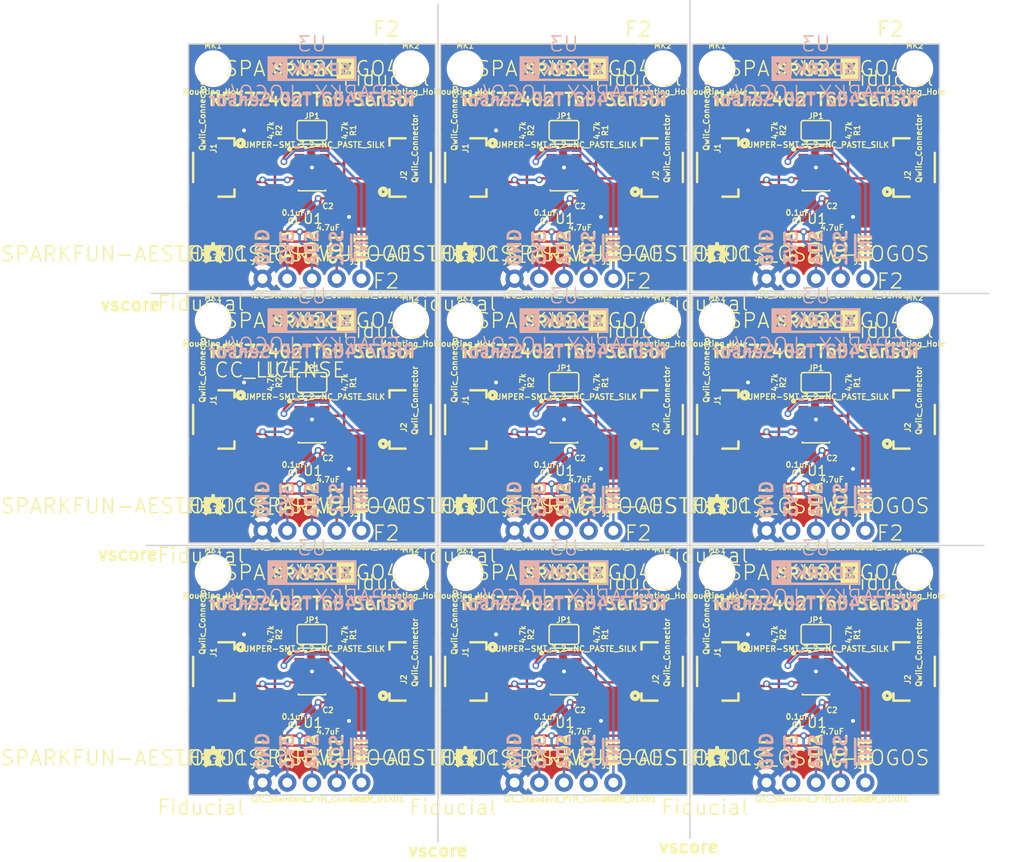
<source format=kicad_pcb>
(kicad_pcb (version 20221018) (generator pcbnew)
  (layers (0 "F.Cu" signal) (31 "B.Cu" signal) (34 "B.Paste" user) (35 "F.Paste" user) (36 "B.SilkS" user "B.Silkscreen") (37 "F.SilkS" user "F.Silkscreen") (38 "B.Mask" user) (39 "F.Mask" user) (44 "Edge.Cuts" user))
  (net 0 "")
  (net 1 "GND")
  (net 2 "+3V3")
  (net 3 "SDA")
  (net 4 "SCL")
  (net 5 "~{INT}")
  (net 6 "Net-(JP1-Pad1)")
  (net 7 "Net-(JP1-Pad3)")
  (footprint "SparkX:1X04_1MM_RA" (layer "F.Cu") (at 142.24 104.14 -90)
    (fp_text reference "J1")
    (fp_text value "Qwiic_Connector")
  )
  (footprint "SparkX:1X04_1MM_RA" (layer "F.Cu") (at 157.48 104.14 90)
    (fp_text reference "J2")
    (fp_text value "Qwiic_Connector")
  )
  (footprint "SparkX:1X01_NO_SILK" (layer "F.Cu") (at 154.94 115.57)
    (fp_text reference "J3")
    (fp_text value "CONN_01X01")
  )
  (footprint "SparkX:1X04_NO_SILK" (layer "F.Cu") (at 144.78 115.57)
    (fp_text reference "J4")
    (fp_text value "I2C_Standard_PTH_Connector")
  )
  (footprint "SparkFun-Capacitors:0603" (layer "F.Cu") (at 147.955 109.22 180)
    (fp_text reference "C1")
    (fp_text value "0.1uF")
  )
  (footprint "SparkFun-Jumpers:SMT-JUMPER_3_2-NC_PASTE_SILK" (layer "F.Cu") (at 149.86 100.33)
    (fp_text reference "JP1")
    (fp_text value "JUMPER-SMT_3_2-NC_PASTE_SILK")
  )
  (footprint "SparkFun-Aesthetics:OSHW-LOGO-MINI" (layer "F.Cu") (at 139.7 113.03)
    (fp_text reference "LOGO1")
    (fp_text value "SPARKFUN-AESTHETICS_OSHW-LOGOS")
  )
  (footprint "SparkFun-Hardware:STAND-OFF" (layer "F.Cu") (at 139.7 93.98)
    (fp_text reference "MK1")
    (fp_text value "Mounting_Hole")
  )
  (footprint "SparkFun-Hardware:STAND-OFF" (layer "F.Cu") (at 160.02 93.98)
    (fp_text reference "MK2")
    (fp_text value "Mounting_Hole")
  )
  (footprint "SparkFun-Resistors:0603" (layer "F.Cu") (at 153.67 100.33 -90)
    (fp_text reference "R1")
    (fp_text value "4.7k")
  )
  (footprint "SparkFun-Resistors:0603" (layer "F.Cu") (at 146.05 100.33 -90)
    (fp_text reference "R2")
    (fp_text value "4.7k")
  )
  (footprint "SparkFun_Kicad-Sensors:RFD77402" (layer "F.Cu") (at 149.86 104.14)
    (fp_text reference "U1")
    (fp_text value "RFD77402")
  )
  (footprint "SparkFun-Aesthetics:CREATIVE_COMMONS" (layer "F.Cu") (at 146.558 124.968)
    (fp_text reference "U4")
    (fp_text value "CC_LICENSE")
  )
  (footprint "SparkFun-Capacitors:0603" (layer "F.Cu") (at 151.51 109.22)
    (fp_text reference "C2")
    (fp_text value "4.7uF")
  )
  (footprint "SparkFun-Aesthetics:OSHW-LOGO-MINI" (layer "F.Cu") (at 165.608 113.03)
    (fp_text reference "LOGO1")
    (fp_text value "SPARKFUN-AESTHETICS_OSHW-LOGOS")
  )
  (footprint "SparkFun-Aesthetics:OSHW-LOGO-MINI" (layer "F.Cu") (at 191.516 113.03)
    (fp_text reference "LOGO1")
    (fp_text value "SPARKFUN-AESTHETICS_OSHW-LOGOS")
  )
  (footprint "SparkFun-Aesthetics:OSHW-LOGO-MINI" (layer "F.Cu") (at 139.7 138.938)
    (fp_text reference "LOGO1")
    (fp_text value "SPARKFUN-AESTHETICS_OSHW-LOGOS")
  )
  (footprint "SparkFun-Aesthetics:OSHW-LOGO-MINI" (layer "F.Cu") (at 165.608 138.938)
    (fp_text reference "LOGO1")
    (fp_text value "SPARKFUN-AESTHETICS_OSHW-LOGOS")
  )
  (footprint "SparkFun-Aesthetics:OSHW-LOGO-MINI" (layer "F.Cu") (at 191.516 138.938)
    (fp_text reference "LOGO1")
    (fp_text value "SPARKFUN-AESTHETICS_OSHW-LOGOS")
  )
  (footprint "SparkFun-Aesthetics:OSHW-LOGO-MINI" (layer "F.Cu") (at 139.7 164.846)
    (fp_text reference "LOGO1")
    (fp_text value "SPARKFUN-AESTHETICS_OSHW-LOGOS")
  )
  (footprint "SparkFun-Aesthetics:OSHW-LOGO-MINI" (layer "F.Cu") (at 165.608 164.846)
    (fp_text reference "LOGO1")
    (fp_text value "SPARKFUN-AESTHETICS_OSHW-LOGOS")
  )
  (footprint "SparkFun-Aesthetics:OSHW-LOGO-MINI" (layer "F.Cu") (at 191.516 164.846)
    (fp_text reference "LOGO1")
    (fp_text value "SPARKFUN-AESTHETICS_OSHW-LOGOS")
  )
  (footprint "SparkX:1X04_NO_SILK" (layer "F.Cu") (at 170.688 115.57)
    (fp_text reference "J4")
    (fp_text value "I2C_Standard_PTH_Connector")
  )
  (footprint "SparkX:1X04_NO_SILK" (layer "F.Cu") (at 196.596 115.57)
    (fp_text reference "J4")
    (fp_text value "I2C_Standard_PTH_Connector")
  )
  (footprint "SparkX:1X04_NO_SILK" (layer "F.Cu") (at 144.78 141.478)
    (fp_text reference "J4")
    (fp_text value "I2C_Standard_PTH_Connector")
  )
  (footprint "SparkX:1X04_NO_SILK" (layer "F.Cu") (at 170.688 141.478)
    (fp_text reference "J4")
    (fp_text value "I2C_Standard_PTH_Connector")
  )
  (footprint "SparkX:1X04_NO_SILK" (layer "F.Cu") (at 196.596 141.478)
    (fp_text reference "J4")
    (fp_text value "I2C_Standard_PTH_Connector")
  )
  (footprint "SparkX:1X04_NO_SILK" (layer "F.Cu") (at 144.78 167.386)
    (fp_text reference "J4")
    (fp_text value "I2C_Standard_PTH_Connector")
  )
  (footprint "SparkX:1X04_NO_SILK" (layer "F.Cu") (at 170.688 167.386)
    (fp_text reference "J4")
    (fp_text value "I2C_Standard_PTH_Connector")
  )
  (footprint "SparkX:1X04_NO_SILK" (layer "F.Cu") (at 196.596 167.386)
    (fp_text reference "J4")
    (fp_text value "I2C_Standard_PTH_Connector")
  )
  (footprint "SparkFun-KiCad-Aesthetics:FIDUCIAL-1X2" (layer "F.Cu") (at 164.338 115.57)
    (fp_text reference "F1")
    (fp_text value "Fiducial")
  )
  (footprint "SparkFun-KiCad-Aesthetics:FIDUCIAL-1X2" (layer "F.Cu") (at 190.246 115.57)
    (fp_text reference "F1")
    (fp_text value "Fiducial")
  )
  (footprint "SparkFun-KiCad-Aesthetics:FIDUCIAL-1X2" (layer "F.Cu") (at 138.43 141.478)
    (fp_text reference "F1")
    (fp_text value "Fiducial")
  )
  (footprint "SparkFun-KiCad-Aesthetics:FIDUCIAL-1X2" (layer "F.Cu") (at 164.338 141.478)
    (fp_text reference "F1")
    (fp_text value "Fiducial")
  )
  (footprint "SparkFun-KiCad-Aesthetics:FIDUCIAL-1X2" (layer "F.Cu") (at 190.246 141.478)
    (fp_text reference "F1")
    (fp_text value "Fiducial")
  )
  (footprint "SparkFun-KiCad-Aesthetics:FIDUCIAL-1X2" (layer "F.Cu") (at 138.43 167.386)
    (fp_text reference "F1")
    (fp_text value "Fiducial")
  )
  (footprint "SparkFun-KiCad-Aesthetics:FIDUCIAL-1X2" (layer "F.Cu") (at 164.338 167.386)
    (fp_text reference "F1")
    (fp_text value "Fiducial")
  )
  (footprint "SparkFun-KiCad-Aesthetics:FIDUCIAL-1X2" (layer "F.Cu") (at 190.246 167.386)
    (fp_text reference "F1")
    (fp_text value "Fiducial")
  )
  (footprint "SparkX:1X01_NO_SILK" (layer "F.Cu") (at 180.848 115.57)
    (fp_text reference "J3")
    (fp_text value "CONN_01X01")
  )
  (footprint "SparkX:1X01_NO_SILK" (layer "F.Cu") (at 206.756 115.57)
    (fp_text reference "J3")
    (fp_text value "CONN_01X01")
  )
  (footprint "SparkX:1X01_NO_SILK" (layer "F.Cu") (at 154.94 141.478)
    (fp_text reference "J3")
    (fp_text value "CONN_01X01")
  )
  (footprint "SparkX:1X01_NO_SILK" (layer "F.Cu") (at 180.848 141.478)
    (fp_text reference "J3")
    (fp_text value "CONN_01X01")
  )
  (footprint "SparkX:1X01_NO_SILK" (layer "F.Cu") (at 206.756 141.478)
    (fp_text reference "J3")
    (fp_text value "CONN_01X01")
  )
  (footprint "SparkX:1X01_NO_SILK" (layer "F.Cu") (at 154.94 167.386)
    (fp_text reference "J3")
    (fp_text value "CONN_01X01")
  )
  (footprint "SparkX:1X01_NO_SILK" (layer "F.Cu") (at 180.848 167.386)
    (fp_text reference "J3")
    (fp_text value "CONN_01X01")
  )
  (footprint "SparkX:1X01_NO_SILK" (layer "F.Cu") (at 206.756 167.386)
    (fp_text reference "J3")
    (fp_text value "CONN_01X01")
  )
  (footprint "SparkFun-Jumpers:SMT-JUMPER_3_2-NC_PASTE_SILK" (layer "F.Cu") (at 175.768 100.33)
    (fp_text reference "JP1")
    (fp_text value "JUMPER-SMT_3_2-NC_PASTE_SILK")
  )
  (footprint "SparkFun-Jumpers:SMT-JUMPER_3_2-NC_PASTE_SILK" (layer "F.Cu") (at 201.676 100.33)
    (fp_text reference "JP1")
    (fp_text value "JUMPER-SMT_3_2-NC_PASTE_SILK")
  )
  (footprint "SparkFun-Jumpers:SMT-JUMPER_3_2-NC_PASTE_SILK" (layer "F.Cu") (at 149.86 126.238)
    (fp_text reference "JP1")
    (fp_text value "JUMPER-SMT_3_2-NC_PASTE_SILK")
  )
  (footprint "SparkFun-Jumpers:SMT-JUMPER_3_2-NC_PASTE_SILK" (layer "F.Cu") (at 175.768 126.238)
    (fp_text reference "JP1")
    (fp_text value "JUMPER-SMT_3_2-NC_PASTE_SILK")
  )
  (footprint "SparkFun-Jumpers:SMT-JUMPER_3_2-NC_PASTE_SILK" (layer "F.Cu") (at 201.676 126.238)
    (fp_text reference "JP1")
    (fp_text value "JUMPER-SMT_3_2-NC_PASTE_SILK")
  )
  (footprint "SparkFun-Jumpers:SMT-JUMPER_3_2-NC_PASTE_SILK" (layer "F.Cu") (at 149.86 152.146)
    (fp_text reference "JP1")
    (fp_text value "JUMPER-SMT_3_2-NC_PASTE_SILK")
  )
  (footprint "SparkFun-Jumpers:SMT-JUMPER_3_2-NC_PASTE_SILK" (layer "F.Cu") (at 175.768 152.146)
    (fp_text reference "JP1")
    (fp_text value "JUMPER-SMT_3_2-NC_PASTE_SILK")
  )
  (footprint "SparkFun-Jumpers:SMT-JUMPER_3_2-NC_PASTE_SILK" (layer "F.Cu") (at 201.676 152.146)
    (fp_text reference "JP1")
    (fp_text value "JUMPER-SMT_3_2-NC_PASTE_SILK")
  )
  (footprint "SparkFun-Hardware:STAND-OFF" (layer "F.Cu") (at 185.928 93.98)
    (fp_text reference "MK2")
    (fp_text value "Mounting_Hole")
  )
  (footprint "SparkFun-Hardware:STAND-OFF" (layer "F.Cu") (at 211.836 93.98)
    (fp_text reference "MK2")
    (fp_text value "Mounting_Hole")
  )
  (footprint "SparkFun-Hardware:STAND-OFF" (layer "F.Cu") (at 160.02 119.888)
    (fp_text reference "MK2")
    (fp_text value "Mounting_Hole")
  )
  (footprint "SparkFun-Hardware:STAND-OFF" (layer "F.Cu") (at 185.928 119.888)
    (fp_text reference "MK2")
    (fp_text value "Mounting_Hole")
  )
  (footprint "SparkFun-Hardware:STAND-OFF" (layer "F.Cu") (at 211.836 119.888)
    (fp_text reference "MK2")
    (fp_text value "Mounting_Hole")
  )
  (footprint "SparkFun-Hardware:STAND-OFF" (layer "F.Cu") (at 160.02 145.796)
    (fp_text reference "MK2")
    (fp_text value "Mounting_Hole")
  )
  (footprint "SparkFun-Hardware:STAND-OFF" (layer "F.Cu") (at 185.928 145.796)
    (fp_text reference "MK2")
    (fp_text value "Mounting_Hole")
  )
  (footprint "SparkFun-Hardware:STAND-OFF" (layer "F.Cu") (at 211.836 145.796)
    (fp_text reference "MK2")
    (fp_text value "Mounting_Hole")
  )
  (footprint "SparkX:SPARKX-MEDIUM" (layer "F.Cu") (at 175.768 93.98)
    (fp_text reference "U2")
    (fp_text value "SPARKX-LOGO4")
  )
  (footprint "SparkX:SPARKX-MEDIUM" (layer "F.Cu") (at 201.676 93.98)
    (fp_text reference "U2")
    (fp_text value "SPARKX-LOGO4")
  )
  (footprint "SparkX:SPARKX-MEDIUM" (layer "F.Cu") (at 149.86 119.888)
    (fp_text reference "U2")
    (fp_text value "SPARKX-LOGO4")
  )
  (footprint "SparkX:SPARKX-MEDIUM" (layer "F.Cu") (at 175.768 119.888)
    (fp_text reference "U2")
    (fp_text value "SPARKX-LOGO4")
  )
  (footprint "SparkX:SPARKX-MEDIUM" (layer "F.Cu") (at 201.676 119.888)
    (fp_text reference "U2")
    (fp_text value "SPARKX-LOGO4")
  )
  (footprint "SparkX:SPARKX-MEDIUM" (layer "F.Cu") (at 149.86 145.796)
    (fp_text reference "U2")
    (fp_text value "SPARKX-LOGO4")
  )
  (footprint "SparkX:SPARKX-MEDIUM" (layer "F.Cu") (at 175.768 145.796)
    (fp_text reference "U2")
    (fp_text value "SPARKX-LOGO4")
  )
  (footprint "SparkX:SPARKX-MEDIUM" (layer "F.Cu") (at 201.676 145.796)
    (fp_text reference "U2")
    (fp_text value "SPARKX-LOGO4")
  )
  (footprint "SparkFun-Resistors:0603" (layer "F.Cu") (at 179.578 100.33 -90)
    (fp_text reference "R1")
    (fp_text value "4.7k")
  )
  (footprint "SparkFun-Resistors:0603" (layer "F.Cu") (at 205.486 100.33 -90)
    (fp_text reference "R1")
    (fp_text value "4.7k")
  )
  (footprint "SparkFun-Resistors:0603" (layer "F.Cu") (at 153.67 126.238 -90)
    (fp_text reference "R1")
    (fp_text value "4.7k")
  )
  (footprint "SparkFun-Resistors:0603" (layer "F.Cu") (at 179.578 126.238 -90)
    (fp_text reference "R1")
    (fp_text value "4.7k")
  )
  (footprint "SparkFun-Resistors:0603" (layer "F.Cu") (at 205.486 126.238 -90)
    (fp_text reference "R1")
    (fp_text value "4.7k")
  )
  (footprint "SparkFun-Resistors:0603" (layer "F.Cu") (at 153.67 152.146 -90)
    (fp_text reference "R1")
    (fp_text value "4.7k")
  )
  (footprint "SparkFun-Resistors:0603" (layer "F.Cu") (at 179.578 152.146 -90)
    (fp_text reference "R1")
    (fp_text value "4.7k")
  )
  (footprint "SparkFun-Resistors:0603" (layer "F.Cu") (at 205.486 152.146 -90)
    (fp_text reference "R1")
    (fp_text value "4.7k")
  )
  (footprint "SparkFun-KiCad-Aesthetics:FIDUCIAL-1X2" (layer "F.Cu") (at 183.388 92.456)
    (fp_text reference "F2")
    (fp_text value "Fiducial")
  )
  (footprint "SparkFun-KiCad-Aesthetics:FIDUCIAL-1X2" (layer "F.Cu") (at 209.296 92.456)
    (fp_text reference "F2")
    (fp_text value "Fiducial")
  )
  (footprint "SparkFun-KiCad-Aesthetics:FIDUCIAL-1X2" (layer "F.Cu") (at 157.48 118.364)
    (fp_text reference "F2")
    (fp_text value "Fiducial")
  )
  (footprint "SparkFun-KiCad-Aesthetics:FIDUCIAL-1X2" (layer "F.Cu") (at 183.388 118.364)
    (fp_text reference "F2")
    (fp_text value "Fiducial")
  )
  (footprint "SparkFun-KiCad-Aesthetics:FIDUCIAL-1X2" (layer "F.Cu") (at 209.296 118.364)
    (fp_text reference "F2")
    (fp_text value "Fiducial")
  )
  (footprint "SparkFun-KiCad-Aesthetics:FIDUCIAL-1X2" (layer "F.Cu") (at 157.48 144.272)
    (fp_text reference "F2")
    (fp_text value "Fiducial")
  )
  (footprint "SparkFun-KiCad-Aesthetics:FIDUCIAL-1X2" (layer "F.Cu") (at 183.388 144.272)
    (fp_text reference "F2")
    (fp_text value "Fiducial")
  )
  (footprint "SparkFun-KiCad-Aesthetics:FIDUCIAL-1X2" (layer "F.Cu") (at 209.296 144.272)
    (fp_text reference "F2")
    (fp_text value "Fiducial")
  )
  (footprint "SparkFun-Resistors:0603" (layer "F.Cu") (at 171.958 100.33 -90)
    (fp_text reference "R2")
    (fp_text value "4.7k")
  )
  (footprint "SparkFun-Resistors:0603" (layer "F.Cu") (at 197.866 100.33 -90)
    (fp_text reference "R2")
    (fp_text value "4.7k")
  )
  (footprint "SparkFun-Resistors:0603" (layer "F.Cu") (at 146.05 126.238 -90)
    (fp_text reference "R2")
    (fp_text value "4.7k")
  )
  (footprint "SparkFun-Resistors:0603" (layer "F.Cu") (at 171.958 126.238 -90)
    (fp_text reference "R2")
    (fp_text value "4.7k")
  )
  (footprint "SparkFun-Resistors:0603" (layer "F.Cu") (at 197.866 126.238 -90)
    (fp_text reference "R2")
    (fp_text value "4.7k")
  )
  (footprint "SparkFun-Resistors:0603" (layer "F.Cu") (at 146.05 152.146 -90)
    (fp_text reference "R2")
    (fp_text value "4.7k")
  )
  (footprint "SparkFun-Resistors:0603" (layer "F.Cu") (at 171.958 152.146 -90)
    (fp_text reference "R2")
    (fp_text value "4.7k")
  )
  (footprint "SparkFun-Resistors:0603" (layer "F.Cu") (at 197.866 152.146 -90)
    (fp_text reference "R2")
    (fp_text value "4.7k")
  )
  (footprint "SparkX:1X04_1MM_RA" (layer "F.Cu") (at 183.388 104.14 90)
    (fp_text reference "J2")
    (fp_text value "Qwiic_Connector")
  )
  (footprint "SparkX:1X04_1MM_RA" (layer "F.Cu") (at 209.296 104.14 90)
    (fp_text reference "J2")
    (fp_text value "Qwiic_Connector")
  )
  (footprint "SparkX:1X04_1MM_RA" (layer "F.Cu") (at 157.48 130.048 90)
    (fp_text reference "J2")
    (fp_text value "Qwiic_Connector")
  )
  (footprint "SparkX:1X04_1MM_RA" (layer "F.Cu") (at 183.388 130.048 90)
    (fp_text reference "J2")
    (fp_text value "Qwiic_Connector")
  )
  (footprint "SparkX:1X04_1MM_RA" (layer "F.Cu") (at 209.296 130.048 90)
    (fp_text reference "J2")
    (fp_text value "Qwiic_Connector")
  )
  (footprint "SparkX:1X04_1MM_RA" (layer "F.Cu") (at 157.48 155.956 90)
    (fp_text reference "J2")
    (fp_text value "Qwiic_Connector")
  )
  (footprint "SparkX:1X04_1MM_RA" (layer "F.Cu") (at 183.388 155.956 90)
    (fp_text reference "J2")
    (fp_text value "Qwiic_Connector")
  )
  (footprint "SparkX:1X04_1MM_RA" (layer "F.Cu") (at 209.296 155.956 90)
    (fp_text reference "J2")
    (fp_text value "Qwiic_Connector")
  )
  (footprint "SparkFun-Capacitors:0603" (layer "F.Cu") (at 177.418 109.22)
    (fp_text reference "C2")
    (fp_text value "4.7uF")
  )
  (footprint "SparkFun-Capacitors:0603" (layer "F.Cu") (at 203.326 109.22)
    (fp_text reference "C2")
    (fp_text value "4.7uF")
  )
  (footprint "SparkFun-Capacitors:0603" (layer "F.Cu") (at 151.51 135.128)
    (fp_text reference "C2")
    (fp_text value "4.7uF")
  )
  (footprint "SparkFun-Capacitors:0603" (layer "F.Cu") (at 177.418 135.128)
    (fp_text reference "C2")
    (fp_text value "4.7uF")
  )
  (footprint "SparkFun-Capacitors:0603" (layer "F.Cu") (at 203.326 135.128)
    (fp_text reference "C2")
    (fp_text value "4.7uF")
  )
  (footprint "SparkFun-Capacitors:0603" (layer "F.Cu") (at 151.51 161.036)
    (fp_text reference "C2")
    (fp_text value "4.7uF")
  )
  (footprint "SparkFun-Capacitors:0603" (layer "F.Cu") (at 177.418 161.036)
    (fp_text reference "C2")
    (fp_text value "4.7uF")
  )
  (footprint "SparkFun-Capacitors:0603" (layer "F.Cu") (at 203.326 161.036)
    (fp_text reference "C2")
    (fp_text value "4.7uF")
  )
  (footprint "SparkFun_Kicad-Sensors:RFD77402" (layer "F.Cu") (at 175.768 104.14)
    (fp_text reference "U1")
    (fp_text value "RFD77402")
  )
  (footprint "SparkFun_Kicad-Sensors:RFD77402" (layer "F.Cu") (at 201.676 104.14)
    (fp_text reference "U1")
    (fp_text value "RFD77402")
  )
  (footprint "SparkFun_Kicad-Sensors:RFD77402" (layer "F.Cu") (at 149.86 130.048)
    (fp_text reference "U1")
    (fp_text value "RFD77402")
  )
  (footprint "SparkFun_Kicad-Sensors:RFD77402" (layer "F.Cu") (at 175.768 130.048)
    (fp_text reference "U1")
    (fp_text value "RFD77402")
  )
  (footprint "SparkFun_Kicad-Sensors:RFD77402" (layer "F.Cu") (at 201.676 130.048)
    (fp_text reference "U1")
    (fp_text value "RFD77402")
  )
  (footprint "SparkFun_Kicad-Sensors:RFD77402" (layer "F.Cu") (at 149.86 155.956)
    (fp_text reference "U1")
    (fp_text value "RFD77402")
  )
  (footprint "SparkFun_Kicad-Sensors:RFD77402" (layer "F.Cu") (at 175.768 155.956)
    (fp_text reference "U1")
    (fp_text value "RFD77402")
  )
  (footprint "SparkFun_Kicad-Sensors:RFD77402" (layer "F.Cu") (at 201.676 155.956)
    (fp_text reference "U1")
    (fp_text value "RFD77402")
  )
  (footprint "SparkFun-Capacitors:0603" (layer "F.Cu") (at 173.863 109.22 180)
    (fp_text reference "C1")
    (fp_text value "0.1uF")
  )
  (footprint "SparkFun-Capacitors:0603" (layer "F.Cu") (at 199.771 109.22 180)
    (fp_text reference "C1")
    (fp_text value "0.1uF")
  )
  (footprint "SparkFun-Capacitors:0603" (layer "F.Cu") (at 147.955 135.128 180)
    (fp_text reference "C1")
    (fp_text value "0.1uF")
  )
  (footprint "SparkFun-Capacitors:0603" (layer "F.Cu") (at 173.863 135.128 180)
    (fp_text reference "C1")
    (fp_text value "0.1uF")
  )
  (footprint "SparkFun-Capacitors:0603" (layer "F.Cu") (at 199.771 135.128 180)
    (fp_text reference "C1")
    (fp_text value "0.1uF")
  )
  (footprint "SparkFun-Capacitors:0603" (layer "F.Cu") (at 147.955 161.036 180)
    (fp_text reference "C1")
    (fp_text value "0.1uF")
  )
  (footprint "SparkFun-Capacitors:0603" (layer "F.Cu") (at 173.863 161.036 180)
    (fp_text reference "C1")
    (fp_text value "0.1uF")
  )
  (footprint "SparkFun-Capacitors:0603" (layer "F.Cu") (at 199.771 161.036 180)
    (fp_text reference "C1")
    (fp_text value "0.1uF")
  )
  (footprint "SparkX:1X04_1MM_RA" (layer "F.Cu") (at 168.148 104.14 -90)
    (fp_text reference "J1")
    (fp_text value "Qwiic_Connector")
  )
  (footprint "SparkX:1X04_1MM_RA" (layer "F.Cu") (at 194.056 104.14 -90)
    (fp_text reference "J1")
    (fp_text value "Qwiic_Connector")
  )
  (footprint "SparkX:1X04_1MM_RA" (layer "F.Cu") (at 142.24 130.048 -90)
    (fp_text reference "J1")
    (fp_text value "Qwiic_Connector")
  )
  (footprint "SparkX:1X04_1MM_RA" (layer "F.Cu") (at 168.148 130.048 -90)
    (fp_text reference "J1")
    (fp_text value "Qwiic_Connector")
  )
  (footprint "SparkX:1X04_1MM_RA" (layer "F.Cu") (at 194.056 130.048 -90)
    (fp_text reference "J1")
    (fp_text value "Qwiic_Connector")
  )
  (footprint "SparkX:1X04_1MM_RA" (layer "F.Cu") (at 142.24 155.956 -90)
    (fp_text reference "J1")
    (fp_text value "Qwiic_Connector")
  )
  (footprint "SparkX:1X04_1MM_RA" (layer "F.Cu") (at 168.148 155.956 -90)
    (fp_text reference "J1")
    (fp_text value "Qwiic_Connector")
  )
  (footprint "SparkX:1X04_1MM_RA" (layer "F.Cu") (at 194.056 155.956 -90)
    (fp_text reference "J1")
    (fp_text value "Qwiic_Connector")
  )
  (footprint "SparkFun-Hardware:STAND-OFF" (layer "F.Cu") (at 165.608 93.98)
    (fp_text reference "MK1")
    (fp_text value "Mounting_Hole")
  )
  (footprint "SparkFun-Hardware:STAND-OFF" (layer "F.Cu") (at 191.516 93.98)
    (fp_text reference "MK1")
    (fp_text value "Mounting_Hole")
  )
  (footprint "SparkFun-Hardware:STAND-OFF" (layer "F.Cu") (at 139.7 119.888)
    (fp_text reference "MK1")
    (fp_text value "Mounting_Hole")
  )
  (footprint "SparkFun-Hardware:STAND-OFF" (layer "F.Cu") (at 165.608 119.888)
    (fp_text reference "MK1")
    (fp_text value "Mounting_Hole")
  )
  (footprint "SparkFun-Hardware:STAND-OFF" (layer "F.Cu") (at 191.516 119.888)
    (fp_text reference "MK1")
    (fp_text value "Mounting_Hole")
  )
  (footprint "SparkFun-Hardware:STAND-OFF" (layer "F.Cu") (at 139.7 145.796)
    (fp_text reference "MK1")
    (fp_text value "Mounting_Hole")
  )
  (footprint "SparkFun-Hardware:STAND-OFF" (layer "F.Cu") (at 165.608 145.796)
    (fp_text reference "MK1")
    (fp_text value "Mounting_Hole")
  )
  (footprint "SparkFun-Hardware:STAND-OFF" (layer "F.Cu") (at 191.516 145.796)
    (fp_text reference "MK1")
    (fp_text value "Mounting_Hole")
  )
  (footprint "SparkX:SPARKX-MEDIUM" (layer "F.Cu") (at 149.86 93.98)
    (fp_text reference "U2")
    (fp_text value "SPARKX-LOGO4")
  )
  (footprint "SparkFun-KiCad-Aesthetics:FIDUCIAL-1X2" (layer "F.Cu") (at 138.43 115.57)
    (fp_text reference "F1")
    (fp_text value "Fiducial")
  )
  (footprint "SparkFun-KiCad-Aesthetics:FIDUCIAL-1X2" (layer "F.Cu") (at 157.48 92.456)
    (fp_text reference "F2")
    (fp_text value "Fiducial")
  )
  (footprint "SparkX:SPARKX-MEDIUM" (layer "B.Cu") (at 149.86 93.98 180)
    (fp_text reference "U3")
    (fp_text value "SPARKX-LOGO4")
  )
  (footprint "SparkX:SPARKX-MEDIUM" (layer "B.Cu") (at 175.768 93.98 180)
    (fp_text reference "U3")
    (fp_text value "SPARKX-LOGO4")
  )
  (footprint "SparkX:SPARKX-MEDIUM" (layer "B.Cu") (at 201.676 93.98 180)
    (fp_text reference "U3")
    (fp_text value "SPARKX-LOGO4")
  )
  (footprint "SparkX:SPARKX-MEDIUM" (layer "B.Cu") (at 149.86 119.888 180)
    (fp_text reference "U3")
    (fp_text value "SPARKX-LOGO4")
  )
  (footprint "SparkX:SPARKX-MEDIUM" (layer "B.Cu") (at 175.768 119.888 180)
    (fp_text reference "U3")
    (fp_text value "SPARKX-LOGO4")
  )
  (footprint "SparkX:SPARKX-MEDIUM" (layer "B.Cu") (at 201.676 119.888 180)
    (fp_text reference "U3")
    (fp_text value "SPARKX-LOGO4")
  )
  (footprint "SparkX:SPARKX-MEDIUM" (layer "B.Cu") (at 149.86 145.796 180)
    (fp_text reference "U3")
    (fp_text value "SPARKX-LOGO4")
  )
  (footprint "SparkX:SPARKX-MEDIUM" (layer "B.Cu") (at 175.768 145.796 180)
    (fp_text reference "U3")
    (fp_text value "SPARKX-LOGO4")
  )
  (footprint "SparkX:SPARKX-MEDIUM" (layer "B.Cu") (at 201.676 145.796 180)
    (fp_text reference "U3")
    (fp_text value "SPARKX-LOGO4")
  )
  (gr_line (start 163.068 91.44) (end 188.468 91.44) (stroke (width 0.15)) (layer "Edge.Cuts"))
  (gr_line (start 188.976 91.44) (end 214.376 91.44) (stroke (width 0.15)) (layer "Edge.Cuts"))
  (gr_line (start 137.16 117.348) (end 162.56 117.348) (stroke (width 0.15)) (layer "Edge.Cuts"))
  (gr_line (start 163.068 117.348) (end 188.468 117.348) (stroke (width 0.15)) (layer "Edge.Cuts"))
  (gr_line (start 188.976 117.348) (end 214.376 117.348) (stroke (width 0.15)) (layer "Edge.Cuts"))
  (gr_line (start 137.16 143.256) (end 162.56 143.256) (stroke (width 0.15)) (layer "Edge.Cuts"))
  (gr_line (start 163.068 143.256) (end 188.468 143.256) (stroke (width 0.15)) (layer "Edge.Cuts"))
  (gr_line (start 188.976 143.256) (end 214.376 143.256) (stroke (width 0.15)) (layer "Edge.Cuts"))
  (gr_line (start 188.468 116.84) (end 163.068 116.84) (stroke (width 0.15)) (layer "Edge.Cuts"))
  (gr_line (start 214.376 116.84) (end 188.976 116.84) (stroke (width 0.15)) (layer "Edge.Cuts"))
  (gr_line (start 162.56 142.748) (end 137.16 142.748) (stroke (width 0.15)) (layer "Edge.Cuts"))
  (gr_line (start 188.468 142.748) (end 163.068 142.748) (stroke (width 0.15)) (layer "Edge.Cuts"))
  (gr_line (start 214.376 142.748) (end 188.976 142.748) (stroke (width 0.15)) (layer "Edge.Cuts"))
  (gr_line (start 162.56 168.656) (end 137.16 168.656) (stroke (width 0.15)) (layer "Edge.Cuts"))
  (gr_line (start 188.468 168.656) (end 163.068 168.656) (stroke (width 0.15)) (layer "Edge.Cuts"))
  (gr_line (start 214.376 168.656) (end 188.976 168.656) (stroke (width 0.15)) (layer "Edge.Cuts"))
  (gr_line (start 188.468 91.44) (end 188.468 116.84) (stroke (width 0.15)) (layer "Edge.Cuts"))
  (gr_line (start 214.376 91.44) (end 214.376 116.84) (stroke (width 0.15)) (layer "Edge.Cuts"))
  (gr_line (start 162.56 117.348) (end 162.56 142.748) (stroke (width 0.15)) (layer "Edge.Cuts"))
  (gr_line (start 188.468 117.348) (end 188.468 142.748) (stroke (width 0.15)) (layer "Edge.Cuts"))
  (gr_line (start 214.376 117.348) (end 214.376 142.748) (stroke (width 0.15)) (layer "Edge.Cuts"))
  (gr_line (start 162.56 143.256) (end 162.56 168.656) (stroke (width 0.15)) (layer "Edge.Cuts"))
  (gr_line (start 188.468 143.256) (end 188.468 168.656) (stroke (width 0.15)) (layer "Edge.Cuts"))
  (gr_line (start 214.376 143.256) (end 214.376 168.656) (stroke (width 0.15)) (layer "Edge.Cuts"))
  (gr_line (start 163.068 116.84) (end 163.068 91.44) (stroke (width 0.15)) (layer "Edge.Cuts"))
  (gr_line (start 188.976 116.84) (end 188.976 91.44) (stroke (width 0.15)) (layer "Edge.Cuts"))
  (gr_line (start 137.16 142.748) (end 137.16 117.348) (stroke (width 0.15)) (layer "Edge.Cuts"))
  (gr_line (start 163.068 142.748) (end 163.068 117.348) (stroke (width 0.15)) (layer "Edge.Cuts"))
  (gr_line (start 188.976 142.748) (end 188.976 117.348) (stroke (width 0.15)) (layer "Edge.Cuts"))
  (gr_line (start 137.16 168.656) (end 137.16 143.256) (stroke (width 0.15)) (layer "Edge.Cuts"))
  (gr_line (start 163.068 168.656) (end 163.068 143.256) (stroke (width 0.15)) (layer "Edge.Cuts"))
  (gr_line (start 188.976 168.656) (end 188.976 143.256) (stroke (width 0.15)) (layer "Edge.Cuts"))
  (gr_line (start 162.814 87.376) (end 162.814 173.482) (stroke (width 0.15)) (layer "Edge.Cuts"))
  (gr_line (start 218.948 143.002) (end 132.842 143.002) (stroke (width 0.15)) (layer "Edge.Cuts"))
  (gr_line (start 219.456 117.094) (end 133.35 117.094) (stroke (width 0.15)) (layer "Edge.Cuts"))
  (gr_line (start 162.56 116.84) (end 137.16 116.84) (stroke (width 0.15)) (layer "Edge.Cuts"))
  (gr_line (start 137.16 116.84) (end 137.16 91.44) (stroke (width 0.15)) (layer "Edge.Cuts"))
  (gr_line (start 188.722 86.995) (end 188.722 173.101) (stroke (width 0.15)) (layer "Edge.Cuts"))
  (gr_line (start 137.16 91.44) (end 162.56 91.44) (stroke (width 0.15)) (layer "Edge.Cuts"))
  (gr_line (start 162.56 91.44) (end 162.56 116.84) (stroke (width 0.15)) (layer "Edge.Cuts"))
  (gr_text "~{INT}" (at 154.94 112.395 90) (layer "B.SilkS") (effects (font (size 1.27 1.27) (thickness 0.254)) (justify mirror)))
  (gr_text "SCL" (at 152.4 112.395 90) (layer "B.SilkS") (effects (font (size 1.27 1.27) (thickness 0.254)) (justify mirror)))
  (gr_text "SDA" (at 149.86 112.395 90) (layer "B.SilkS") (effects (font (size 1.27 1.27) (thickness 0.254)) (justify mirror)))
  (gr_text "3V3" (at 147.32 112.395 90) (layer "B.SilkS") (effects (font (size 1.27 1.27) (thickness 0.254)) (justify mirror)))
  (gr_text "GND" (at 144.78 112.395 90) (layer "B.SilkS") (effects (font (size 1.27 1.27) (thickness 0.254)) (justify mirror)))
  (gr_text "~{INT}" (at 180.848 112.395 90) (layer "B.SilkS") (effects (font (size 1.27 1.27) (thickness 0.254)) (justify mirror)))
  (gr_text "~{INT}" (at 206.756 112.395 90) (layer "B.SilkS") (effects (font (size 1.27 1.27) (thickness 0.254)) (justify mirror)))
  (gr_text "~{INT}" (at 154.94 138.303 90) (layer "B.SilkS") (effects (font (size 1.27 1.27) (thickness 0.254)) (justify mirror)))
  (gr_text "~{INT}" (at 180.848 138.303 90) (layer "B.SilkS") (effects (font (size 1.27 1.27) (thickness 0.254)) (justify mirror)))
  (gr_text "~{INT}" (at 206.756 138.303 90) (layer "B.SilkS") (effects (font (size 1.27 1.27) (thickness 0.254)) (justify mirror)))
  (gr_text "~{INT}" (at 154.94 164.211 90) (layer "B.SilkS") (effects (font (size 1.27 1.27) (thickness 0.254)) (justify mirror)))
  (gr_text "~{INT}" (at 180.848 164.211 90) (layer "B.SilkS") (effects (font (size 1.27 1.27) (thickness 0.254)) (justify mirror)))
  (gr_text "~{INT}" (at 206.756 164.211 90) (layer "B.SilkS") (effects (font (size 1.27 1.27) (thickness 0.254)) (justify mirror)))
  (gr_text "GND" (at 170.688 112.395 90) (layer "B.SilkS") (effects (font (size 1.27 1.27) (thickness 0.254)) (justify mirror)))
  (gr_text "GND" (at 196.596 112.395 90) (layer "B.SilkS") (effects (font (size 1.27 1.27) (thickness 0.254)) (justify mirror)))
  (gr_text "GND" (at 144.78 138.303 90) (layer "B.SilkS") (effects (font (size 1.27 1.27) (thickness 0.254)) (justify mirror)))
  (gr_text "GND" (at 170.688 138.303 90) (layer "B.SilkS") (effects (font (size 1.27 1.27) (thickness 0.254)) (justify mirror)))
  (gr_text "GND" (at 196.596 138.303 90) (layer "B.SilkS") (effects (font (size 1.27 1.27) (thickness 0.254)) (justify mirror)))
  (gr_text "GND" (at 144.78 164.211 90) (layer "B.SilkS") (effects (font (size 1.27 1.27) (thickness 0.254)) (justify mirror)))
  (gr_text "GND" (at 170.688 164.211 90) (layer "B.SilkS") (effects (font (size 1.27 1.27) (thickness 0.254)) (justify mirror)))
  (gr_text "GND" (at 196.596 164.211 90) (layer "B.SilkS") (effects (font (size 1.27 1.27) (thickness 0.254)) (justify mirror)))
  (gr_text "SCL" (at 178.308 112.395 90) (layer "B.SilkS") (effects (font (size 1.27 1.27) (thickness 0.254)) (justify mirror)))
  (gr_text "SCL" (at 204.216 112.395 90) (layer "B.SilkS") (effects (font (size 1.27 1.27) (thickness 0.254)) (justify mirror)))
  (gr_text "SCL" (at 152.4 138.303 90) (layer "B.SilkS") (effects (font (size 1.27 1.27) (thickness 0.254)) (justify mirror)))
  (gr_text "SCL" (at 178.308 138.303 90) (layer "B.SilkS") (effects (font (size 1.27 1.27) (thickness 0.254)) (justify mirror)))
  (gr_text "SCL" (at 204.216 138.303 90) (layer "B.SilkS") (effects (font (size 1.27 1.27) (thickness 0.254)) (justify mirror)))
  (gr_text "SCL" (at 152.4 164.211 90) (layer "B.SilkS") (effects (font (size 1.27 1.27) (thickness 0.254)) (justify mirror)))
  (gr_text "SCL" (at 178.308 164.211 90) (layer "B.SilkS") (effects (font (size 1.27 1.27) (thickness 0.254)) (justify mirror)))
  (gr_text "SCL" (at 204.216 164.211 90) (layer "B.SilkS") (effects (font (size 1.27 1.27) (thickness 0.254)) (justify mirror)))
  (gr_text "SDA" (at 175.768 112.395 90) (layer "B.SilkS") (effects (font (size 1.27 1.27) (thickness 0.254)) (justify mirror)))
  (gr_text "SDA" (at 201.676 112.395 90) (layer "B.SilkS") (effects (font (size 1.27 1.27) (thickness 0.254)) (justify mirror)))
  (gr_text "SDA" (at 149.86 138.303 90) (layer "B.SilkS") (effects (font (size 1.27 1.27) (thickness 0.254)) (justify mirror)))
  (gr_text "SDA" (at 175.768 138.303 90) (layer "B.SilkS") (effects (font (size 1.27 1.27) (thickness 0.254)) (justify mirror)))
  (gr_text "SDA" (at 201.676 138.303 90) (layer "B.SilkS") (effects (font (size 1.27 1.27) (thickness 0.254)) (justify mirror)))
  (gr_text "SDA" (at 149.86 164.211 90) (layer "B.SilkS") (effects (font (size 1.27 1.27) (thickness 0.254)) (justify mirror)))
  (gr_text "SDA" (at 175.768 164.211 90) (layer "B.SilkS") (effects (font (size 1.27 1.27) (thickness 0.254)) (justify mirror)))
  (gr_text "SDA" (at 201.676 164.211 90) (layer "B.SilkS") (effects (font (size 1.27 1.27) (thickness 0.254)) (justify mirror)))
  (gr_text "3V3" (at 173.228 112.395 90) (layer "B.SilkS") (effects (font (size 1.27 1.27) (thickness 0.254)) (justify mirror)))
  (gr_text "3V3" (at 199.136 112.395 90) (layer "B.SilkS") (effects (font (size 1.27 1.27) (thickness 0.254)) (justify mirror)))
  (gr_text "3V3" (at 147.32 138.303 90) (layer "B.SilkS") (effects (font (size 1.27 1.27) (thickness 0.254)) (justify mirror)))
  (gr_text "3V3" (at 173.228 138.303 90) (layer "B.SilkS") (effects (font (size 1.27 1.27) (thickness 0.254)) (justify mirror)))
  (gr_text "3V3" (at 199.136 138.303 90) (layer "B.SilkS") (effects (font (size 1.27 1.27) (thickness 0.254)) (justify mirror)))
  (gr_text "3V3" (at 147.32 164.211 90) (layer "B.SilkS") (effects (font (size 1.27 1.27) (thickness 0.254)) (justify mirror)))
  (gr_text "3V3" (at 173.228 164.211 90) (layer "B.SilkS") (effects (font (size 1.27 1.27) (thickness 0.254)) (justify mirror)))
  (gr_text "3V3" (at 199.136 164.211 90) (layer "B.SilkS") (effects (font (size 1.27 1.27) (thickness 0.254)) (justify mirror)))
  (gr_text "RFD77402 ToF Sensor" (at 175.768 97.155) (layer "B.SilkS") (effects (font (size 1.27 1.27) (thickness 0.254)) (justify mirror)))
  (gr_text "RFD77402 ToF Sensor" (at 201.676 97.155) (layer "B.SilkS") (effects (font (size 1.27 1.27) (thickness 0.254)) (justify mirror)))
  (gr_text "RFD77402 ToF Sensor" (at 149.86 123.063) (layer "B.SilkS") (effects (font (size 1.27 1.27) (thickness 0.254)) (justify mirror)))
  (gr_text "RFD77402 ToF Sensor" (at 175.768 123.063) (layer "B.SilkS") (effects (font (size 1.27 1.27) (thickness 0.254)) (justify mirror)))
  (gr_text "RFD77402 ToF Sensor" (at 201.676 123.063) (layer "B.SilkS") (effects (font (size 1.27 1.27) (thickness 0.254)) (justify mirror)))
  (gr_text "RFD77402 ToF Sensor" (at 149.86 148.971) (layer "B.SilkS") (effects (font (size 1.27 1.27) (thickness 0.254)) (justify mirror)))
  (gr_text "RFD77402 ToF Sensor" (at 175.768 148.971) (layer "B.SilkS") (effects (font (size 1.27 1.27) (thickness 0.254)) (justify mirror)))
  (gr_text "RFD77402 ToF Sensor" (at 201.676 148.971) (layer "B.SilkS") (effects (font (size 1.27 1.27) (thickness 0.254)) (justify mirror)))
  (gr_text "RFD77402 ToF Sensor" (at 149.86 97.155) (layer "B.SilkS") (effects (font (size 1.27 1.27) (thickness 0.254)) (justify mirror)))
  (gr_text "RFD77402 ToF Sensor" (at 175.768 97.155) (layer "F.SilkS") (effects (font (size 1.27 1.27) (thickness 0.254))))
  (gr_text "RFD77402 ToF Sensor" (at 201.676 97.155) (layer "F.SilkS") (effects (font (size 1.27 1.27) (thickness 0.254))))
  (gr_text "RFD77402 ToF Sensor" (at 149.86 123.063) (layer "F.SilkS") (effects (font (size 1.27 1.27) (thickness 0.254))))
  (gr_text "RFD77402 ToF Sensor" (at 175.768 123.063) (layer "F.SilkS") (effects (font (size 1.27 1.27) (thickness 0.254))))
  (gr_text "RFD77402 ToF Sensor" (at 201.676 123.063) (layer "F.SilkS") (effects (font (size 1.27 1.27) (thickness 0.254))))
  (gr_text "RFD77402 ToF Sensor" (at 149.86 148.971) (layer "F.SilkS") (effects (font (size 1.27 1.27) (thickness 0.254))))
  (gr_text "RFD77402 ToF Sensor" (at 175.768 148.971) (layer "F.SilkS") (effects (font (size 1.27 1.27) (thickness 0.254))))
  (gr_text "RFD77402 ToF Sensor" (at 201.676 148.971) (layer "F.SilkS") (effects (font (size 1.27 1.27) (thickness 0.254))))
  (gr_text "SCL" (at 178.308 112.395 90) (layer "F.SilkS") (effects (font (size 1.27 1.27) (thickness 0.254))))
  (gr_text "SCL" (at 204.216 112.395 90) (layer "F.SilkS") (effects (font (size 1.27 1.27) (thickness 0.254))))
  (gr_text "SCL" (at 152.4 138.303 90) (layer "F.SilkS") (effects (font (size 1.27 1.27) (thickness 0.254))))
  (gr_text "SCL" (at 178.308 138.303 90) (layer "F.SilkS") (effects (font (size 1.27 1.27) (thickness 0.254))))
  (gr_text "SCL" (at 204.216 138.303 90) (layer "F.SilkS") (effects (font (size 1.27 1.27) (thickness 0.254))))
  (gr_text "SCL" (at 152.4 164.211 90) (layer "F.SilkS") (effects (font (size 1.27 1.27) (thickness 0.254))))
  (gr_text "SCL" (at 178.308 164.211 90) (layer "F.SilkS") (effects (font (size 1.27 1.27) (thickness 0.254))))
  (gr_text "SCL" (at 204.216 164.211 90) (layer "F.SilkS") (effects (font (size 1.27 1.27) (thickness 0.254))))
  (gr_text "~{INT}" (at 180.848 112.395 90) (layer "F.SilkS") (effects (font (size 1.27 1.27) (thickness 0.254))))
  (gr_text "~{INT}" (at 206.756 112.395 90) (layer "F.SilkS") (effects (font (size 1.27 1.27) (thickness 0.254))))
  (gr_text "~{INT}" (at 154.94 138.303 90) (layer "F.SilkS") (effects (font (size 1.27 1.27) (thickness 0.254))))
  (gr_text "~{INT}" (at 180.848 138.303 90) (layer "F.SilkS") (effects (font (size 1.27 1.27) (thickness 0.254))))
  (gr_text "~{INT}" (at 206.756 138.303 90) (layer "F.SilkS") (effects (font (size 1.27 1.27) (thickness 0.254))))
  (gr_text "~{INT}" (at 154.94 164.211 90) (layer "F.SilkS") (effects (font (size 1.27 1.27) (thickness 0.254))))
  (gr_text "~{INT}" (at 180.848 164.211 90) (layer "F.SilkS") (effects (font (size 1.27 1.27) (thickness 0.254))))
  (gr_text "~{INT}" (at 206.756 164.211 90) (layer "F.SilkS") (effects (font (size 1.27 1.27) (thickness 0.254))))
  (gr_text "GND" (at 170.688 112.395 90) (layer "F.SilkS") (effects (font (size 1.27 1.27) (thickness 0.254))))
  (gr_text "GND" (at 196.596 112.395 90) (layer "F.SilkS") (effects (font (size 1.27 1.27) (thickness 0.254))))
  (gr_text "GND" (at 144.78 138.303 90) (layer "F.SilkS") (effects (font (size 1.27 1.27) (thickness 0.254))))
  (gr_text "GND" (at 170.688 138.303 90) (layer "F.SilkS") (effects (font (size 1.27 1.27) (thickness 0.254))))
  (gr_text "GND" (at 196.596 138.303 90) (layer "F.SilkS") (effects (font (size 1.27 1.27) (thickness 0.254))))
  (gr_text "GND" (at 144.78 164.211 90) (layer "F.SilkS") (effects (font (size 1.27 1.27) (thickness 0.254))))
  (gr_text "GND" (at 170.688 164.211 90) (layer "F.SilkS") (effects (font (size 1.27 1.27) (thickness 0.254))))
  (gr_text "GND" (at 196.596 164.211 90) (layer "F.SilkS") (effects (font (size 1.27 1.27) (thickness 0.254))))
  (gr_text "3V3" (at 173.228 112.395 90) (layer "F.SilkS") (effects (font (size 1.27 1.27) (thickness 0.254))))
  (gr_text "3V3" (at 199.136 112.395 90) (layer "F.SilkS") (effects (font (size 1.27 1.27) (thickness 0.254))))
  (gr_text "3V3" (at 147.32 138.303 90) (layer "F.SilkS") (effects (font (size 1.27 1.27) (thickness 0.254))))
  (gr_text "3V3" (at 173.228 138.303 90) (layer "F.SilkS") (effects (font (size 1.27 1.27) (thickness 0.254))))
  (gr_text "3V3" (at 199.136 138.303 90) (layer "F.SilkS") (effects (font (size 1.27 1.27) (thickness 0.254))))
  (gr_text "3V3" (at 147.32 164.211 90) (layer "F.SilkS") (effects (font (size 1.27 1.27) (thickness 0.254))))
  (gr_text "3V3" (at 173.228 164.211 90) (layer "F.SilkS") (effects (font (size 1.27 1.27) (thickness 0.254))))
  (gr_text "3V3" (at 199.136 164.211 90) (layer "F.SilkS") (effects (font (size 1.27 1.27) (thickness 0.254))))
  (gr_text "SDA" (at 175.768 112.395 90) (layer "F.SilkS") (effects (font (size 1.27 1.27) (thickness 0.254))))
  (gr_text "SDA" (at 201.676 112.395 90) (layer "F.SilkS") (effects (font (size 1.27 1.27) (thickness 0.254))))
  (gr_text "SDA" (at 149.86 138.303 90) (layer "F.SilkS") (effects (font (size 1.27 1.27) (thickness 0.254))))
  (gr_text "SDA" (at 175.768 138.303 90) (layer "F.SilkS") (effects (font (size 1.27 1.27) (thickness 0.254))))
  (gr_text "SDA" (at 201.676 138.303 90) (layer "F.SilkS") (effects (font (size 1.27 1.27) (thickness 0.254))))
  (gr_text "SDA" (at 149.86 164.211 90) (layer "F.SilkS") (effects (font (size 1.27 1.27) (thickness 0.254))))
  (gr_text "SDA" (at 175.768 164.211 90) (layer "F.SilkS") (effects (font (size 1.27 1.27) (thickness 0.254))))
  (gr_text "SDA" (at 201.676 164.211 90) (layer "F.SilkS") (effects (font (size 1.27 1.27) (thickness 0.254))))
  (gr_text "vscore" (at 130.937 143.891) (layer "F.SilkS") (effects (font (size 1.27 1.27) (thickness 0.254))))
  (gr_text "vscore" (at 162.814 174.371) (layer "F.SilkS") (effects (font (size 1.27 1.27) (thickness 0.254))))
  (gr_text "vscore" (at 188.595 173.99) (layer "F.SilkS") (effects (font (size 1.27 1.27) (thickness 0.254))))
  (gr_text "RFD77402 ToF Sensor" (at 149.86 97.155) (layer "F.SilkS") (effects (font (size 1.27 1.27) (thickness 0.254))))
  (gr_text "vscore" (at 131.191 118.237) (layer "F.SilkS") (effects (font (size 1.27 1.27) (thickness 0.254))))
  (gr_text "SCL" (at 152.4 112.395 90) (layer "F.SilkS") (effects (font (size 1.27 1.27) (thickness 0.254))))
  (gr_text "3V3" (at 147.32 112.395 90) (layer "F.SilkS") (effects (font (size 1.27 1.27) (thickness 0.254))))
  (gr_text "SDA" (at 149.86 112.395 90) (layer "F.SilkS") (effects (font (size 1.27 1.27) (thickness 0.254))))
  (gr_text "GND" (at 144.78 112.395 90) (layer "F.SilkS") (effects (font (size 1.27 1.27) (thickness 0.254))))
  (gr_text "~{INT}" (at 154.94 112.395 90) (layer "F.SilkS") (effects (font (size 1.27 1.27) (thickness 0.254))))
  (segment (start 142.24 100.965) (end 142.875 100.33) (width 0.25) (layer "F.Cu") (net 1))
  (segment (start 168.148 100.965) (end 168.783 100.33) (width 0.25) (layer "F.Cu") (net 1))
  (segment (start 194.056 100.965) (end 194.691 100.33) (width 0.25) (layer "F.Cu") (net 1))
  (segment (start 142.24 126.873) (end 142.875 126.238) (width 0.25) (layer "F.Cu") (net 1))
  (segment (start 168.148 126.873) (end 168.783 126.238) (width 0.25) (layer "F.Cu") (net 1))
  (segment (start 194.056 126.873) (end 194.691 126.238) (width 0.25) (layer "F.Cu") (net 1))
  (segment (start 142.24 152.781) (end 142.875 152.146) (width 0.25) (layer "F.Cu") (net 1))
  (segment (start 168.148 152.781) (end 168.783 152.146) (width 0.25) (layer "F.Cu") (net 1))
  (segment (start 194.056 152.781) (end 194.691 152.146) (width 0.25) (layer "F.Cu") (net 1))
  (segment (start 168.148 100.965) (end 168.148 102.64) (width 0.25) (layer "F.Cu") (net 1))
  (segment (start 194.056 100.965) (end 194.056 102.64) (width 0.25) (layer "F.Cu") (net 1))
  (segment (start 142.24 126.873) (end 142.24 128.548) (width 0.25) (layer "F.Cu") (net 1))
  (segment (start 168.148 126.873) (end 168.148 128.548) (width 0.25) (layer "F.Cu") (net 1))
  (segment (start 194.056 126.873) (end 194.056 128.548) (width 0.25) (layer "F.Cu") (net 1))
  (segment (start 142.24 152.781) (end 142.24 154.456) (width 0.25) (layer "F.Cu") (net 1))
  (segment (start 168.148 152.781) (end 168.148 154.456) (width 0.25) (layer "F.Cu") (net 1))
  (segment (start 194.056 152.781) (end 194.056 154.456) (width 0.25) (layer "F.Cu") (net 1))
  (segment (start 183.388 105.64) (end 183.013 105.64) (width 0.25) (layer "F.Cu") (net 1))
  (segment (start 209.296 105.64) (end 208.921 105.64) (width 0.25) (layer "F.Cu") (net 1))
  (segment (start 157.48 131.548) (end 157.105 131.548) (width 0.25) (layer "F.Cu") (net 1))
  (segment (start 183.388 131.548) (end 183.013 131.548) (width 0.25) (layer "F.Cu") (net 1))
  (segment (start 209.296 131.548) (end 208.921 131.548) (width 0.25) (layer "F.Cu") (net 1))
  (segment (start 157.48 157.456) (end 157.105 157.456) (width 0.25) (layer "F.Cu") (net 1))
  (segment (start 183.388 157.456) (end 183.013 157.456) (width 0.25) (layer "F.Cu") (net 1))
  (segment (start 209.296 157.456) (end 208.921 157.456) (width 0.25) (layer "F.Cu") (net 1))
  (segment (start 179.578 109.075) (end 179.578 109.22) (width 0.25) (layer "F.Cu") (net 1))
  (segment (start 205.486 109.075) (end 205.486 109.22) (width 0.25) (layer "F.Cu") (net 1))
  (segment (start 153.67 134.983) (end 153.67 135.128) (width 0.25) (layer "F.Cu") (net 1))
  (segment (start 179.578 134.983) (end 179.578 135.128) (width 0.25) (layer "F.Cu") (net 1))
  (segment (start 205.486 134.983) (end 205.486 135.128) (width 0.25) (layer "F.Cu") (net 1))
  (segment (start 153.67 160.891) (end 153.67 161.036) (width 0.25) (layer "F.Cu") (net 1))
  (segment (start 179.578 160.891) (end 179.578 161.036) (width 0.25) (layer "F.Cu") (net 1))
  (segment (start 205.486 160.891) (end 205.486 161.036) (width 0.25) (layer "F.Cu") (net 1))
  (segment (start 183.013 105.64) (end 179.578 109.075) (width 0.25) (layer "F.Cu") (net 1))
  (segment (start 208.921 105.64) (end 205.486 109.075) (width 0.25) (layer "F.Cu") (net 1))
  (segment (start 157.105 131.548) (end 153.67 134.983) (width 0.25) (layer "F.Cu") (net 1))
  (segment (start 183.013 131.548) (end 179.578 134.983) (width 0.25) (layer "F.Cu") (net 1))
  (segment (start 208.921 131.548) (end 205.486 134.983) (width 0.25) (layer "F.Cu") (net 1))
  (segment (start 157.105 157.456) (end 153.67 160.891) (width 0.25) (layer "F.Cu") (net 1))
  (segment (start 183.013 157.456) (end 179.578 160.891) (width 0.25) (layer "F.Cu") (net 1))
  (segment (start 208.921 157.456) (end 205.486 160.891) (width 0.25) (layer "F.Cu") (net 1))
  (segment (start 177.068 104.515) (end 176.143 104.515) (width 0.25) (layer "F.Cu") (net 1))
  (segment (start 202.976 104.515) (end 202.051 104.515) (width 0.25) (layer "F.Cu") (net 1))
  (segment (start 151.16 130.423) (end 150.235 130.423) (width 0.25) (layer "F.Cu") (net 1))
  (segment (start 177.068 130.423) (end 176.143 130.423) (width 0.25) (layer "F.Cu") (net 1))
  (segment (start 202.976 130.423) (end 202.051 130.423) (width 0.25) (layer "F.Cu") (net 1))
  (segment (start 151.16 156.331) (end 150.235 156.331) (width 0.25) (layer "F.Cu") (net 1))
  (segment (start 177.068 156.331) (end 176.143 156.331) (width 0.25) (layer "F.Cu") (net 1))
  (segment (start 202.976 156.331) (end 202.051 156.331) (width 0.25) (layer "F.Cu") (net 1))
  (segment (start 176.143 104.515) (end 175.768 104.14) (width 0.25) (layer "F.Cu") (net 1))
  (segment (start 202.051 104.515) (end 201.676 104.14) (width 0.25) (layer "F.Cu") (net 1))
  (segment (start 150.235 130.423) (end 149.86 130.048) (width 0.25) (layer "F.Cu") (net 1))
  (segment (start 176.143 130.423) (end 175.768 130.048) (width 0.25) (layer "F.Cu") (net 1))
  (segment (start 202.051 130.423) (end 201.676 130.048) (width 0.25) (layer "F.Cu") (net 1))
  (segment (start 150.235 156.331) (end 149.86 155.956) (width 0.25) (layer "F.Cu") (net 1))
  (segment (start 176.143 156.331) (end 175.768 155.956) (width 0.25) (layer "F.Cu") (net 1))
  (segment (start 202.051 156.331) (end 201.676 155.956) (width 0.25) (layer "F.Cu") (net 1))
  (segment (start 153.67 109.075) (end 153.67 109.22) (width 0.25) (layer "F.Cu") (net 1))
  (segment (start 150.235 104.515) (end 149.86 104.14) (width 0.25) (layer "F.Cu") (net 1))
  (segment (start 157.48 105.64) (end 157.105 105.64) (width 0.25) (layer "F.Cu") (net 1))
  (segment (start 151.16 104.515) (end 150.235 104.515) (width 0.25) (layer "F.Cu") (net 1))
  (segment (start 157.105 105.64) (end 153.67 109.075) (width 0.25) (layer "F.Cu") (net 1))
  (segment (start 142.24 100.965) (end 142.24 102.64) (width 0.25) (layer "F.Cu") (net 1))
  (via (at 179.578 109.22) (size 0.7) (drill 0.4) (layers "F.Cu" "B.Cu") (net 1))
  (via (at 205.486 109.22) (size 0.7) (drill 0.4) (layers "F.Cu" "B.Cu") (net 1))
  (via (at 153.67 135.128) (size 0.7) (drill 0.4) (layers "F.Cu" "B.Cu") (net 1))
  (via (at 179.578 135.128) (size 0.7) (drill 0.4) (layers "F.Cu" "B.Cu") (net 1))
  (via (at 205.486 135.128) (size 0.7) (drill 0.4) (layers "F.Cu" "B.Cu") (net 1))
  (via (at 153.67 161.036) (size 0.7) (drill 0.4) (layers "F.Cu" "B.Cu") (net 1))
  (via (at 179.578 161.036) (size 0.7) (drill 0.4) (layers "F.Cu" "B.Cu") (net 1))
  (via (at 205.486 161.036) (size 0.7) (drill 0.4) (layers "F.Cu" "B.Cu") (net 1))
  (via (at 175.768 104.14) (size 0.7) (drill 0.4) (layers "F.Cu" "B.Cu") (net 1))
  (via (at 201.676 104.14) (size 0.7) (drill 0.4) (layers "F.Cu" "B.Cu") (net 1))
  (via (at 149.86 130.048) (size 0.7) (drill 0.4) (layers "F.Cu" "B.Cu") (net 1))
  (via (at 175.768 130.048) (size 0.7) (drill 0.4) (layers "F.Cu" "B.Cu") (net 1))
  (via (at 201.676 130.048) (size 0.7) (drill 0.4) (layers "F.Cu" "B.Cu") (net 1))
  (via (at 149.86 155.956) (size 0.7) (drill 0.4) (layers "F.Cu" "B.Cu") (net 1))
  (via (at 175.768 155.956) (size 0.7) (drill 0.4) (layers "F.Cu" "B.Cu") (net 1))
  (via (at 201.676 155.956) (size 0.7) (drill 0.4) (layers "F.Cu" "B.Cu") (net 1))
  (via (at 168.783 100.33) (size 0.7) (drill 0.4) (layers "F.Cu" "B.Cu") (net 1))
  (via (at 194.691 100.33) (size 0.7) (drill 0.4) (layers "F.Cu" "B.Cu") (net 1))
  (via (at 142.875 126.238) (size 0.7) (drill 0.4) (layers "F.Cu" "B.Cu") (net 1))
  (via (at 168.783 126.238) (size 0.7) (drill 0.4) (layers "F.Cu" "B.Cu") (net 1))
  (via (at 194.691 126.238) (size 0.7) (drill 0.4) (layers "F.Cu" "B.Cu") (net 1))
  (via (at 142.875 152.146) (size 0.7) (drill 0.4) (layers "F.Cu" "B.Cu") (net 1))
  (via (at 168.783 152.146) (size 0.7) (drill 0.4) (layers "F.Cu" "B.Cu") (net 1))
  (via (at 194.691 152.146) (size 0.7) (drill 0.4) (layers "F.Cu" "B.Cu") (net 1))
  (via (at 153.67 109.22) (size 0.7) (drill 0.4) (layers "F.Cu" "B.Cu") (net 1))
  (via (at 149.86 104.14) (size 0.7) (drill 0.4) (layers "F.Cu" "B.Cu") (net 1))
  (via (at 142.875 100.33) (size 0.7) (drill 0.4) (layers "F.Cu" "B.Cu") (net 1))
  (segment (start 177.673 101.6) (end 179.07 102.997) (width 0.25) (layer "F.Cu") (net 2))
  (segment (start 203.581 101.6) (end 204.978 102.997) (width 0.25) (layer "F.Cu") (net 2))
  (segment (start 151.765 127.508) (end 153.162 128.905) (width 0.25) (layer "F.Cu") (net 2))
  (segment (start 177.673 127.508) (end 179.07 128.905) (width 0.25) (layer "F.Cu") (net 2))
  (segment (start 203.581 127.508) (end 204.978 128.905) (width 0.25) (layer "F.Cu") (net 2))
  (segment (start 151.765 153.416) (end 153.162 154.813) (width 0.25) (layer "F.Cu") (net 2))
  (segment (start 177.673 153.416) (end 179.07 154.813) (width 0.25) (layer "F.Cu") (net 2))
  (segment (start 203.581 153.416) (end 204.978 154.813) (width 0.25) (layer "F.Cu") (net 2))
  (segment (start 178.949 103.765) (end 179.07 103.886) (width 0.25) (layer "F.Cu") (net 2))
  (segment (start 204.857 103.765) (end 204.978 103.886) (width 0.25) (layer "F.Cu") (net 2))
  (segment (start 153.041 129.673) (end 153.162 129.794) (width 0.25) (layer "F.Cu") (net 2))
  (segment (start 178.949 129.673) (end 179.07 129.794) (width 0.25) (layer "F.Cu") (net 2))
  (segment (start 204.857 129.673) (end 204.978 129.794) (width 0.25) (layer "F.Cu") (net 2))
  (segment (start 153.041 155.581) (end 153.162 155.702) (width 0.25) (layer "F.Cu") (net 2))
  (segment (start 178.949 155.581) (end 179.07 155.702) (width 0.25) (layer "F.Cu") (net 2))
  (segment (start 204.857 155.581) (end 204.978 155.702) (width 0.25) (layer "F.Cu") (net 2))
  (segment (start 179.07 102.997) (end 179.07 103.886) (width 0.25) (layer "F.Cu") (net 2))
  (segment (start 204.978 102.997) (end 204.978 103.886) (width 0.25) (layer "F.Cu") (net 2))
  (segment (start 153.162 128.905) (end 153.162 129.794) (width 0.25) (layer "F.Cu") (net 2))
  (segment (start 179.07 128.905) (end 179.07 129.794) (width 0.25) (layer "F.Cu") (net 2))
  (segment (start 204.978 128.905) (end 204.978 129.794) (width 0.25) (layer "F.Cu") (net 2))
  (segment (start 153.162 154.813) (end 153.162 155.702) (width 0.25) (layer "F.Cu") (net 2))
  (segment (start 179.07 154.813) (end 179.07 155.702) (width 0.25) (layer "F.Cu") (net 2))
  (segment (start 204.978 154.813) (end 204.978 155.702) (width 0.25) (layer "F.Cu") (net 2))
  (segment (start 176.022 101.6) (end 177.673 101.6) (width 0.25) (layer "F.Cu") (net 2))
  (segment (start 201.93 101.6) (end 203.581 101.6) (width 0.25) (layer "F.Cu") (net 2))
  (segment (start 150.114 127.508) (end 151.765 127.508) (width 0.25) (layer "F.Cu") (net 2))
  (segment (start 176.022 127.508) (end 177.673 127.508) (width 0.25) (layer "F.Cu") (net 2))
  (segment (start 201.93 127.508) (end 203.581 127.508) (width 0.25) (layer "F.Cu") (net 2))
  (segment (start 150.114 153.416) (end 151.765 153.416) (width 0.25) (layer "F.Cu") (net 2))
  (segment (start 176.022 153.416) (end 177.673 153.416) (width 0.25) (layer "F.Cu") (net 2))
  (segment (start 201.93 153.416) (end 203.581 153.416) (width 0.25) (layer "F.Cu") (net 2))
  (segment (start 175.768 100.33) (end 175.768 101.346) (width 0.25) (layer "F.Cu") (net 2))
  (segment (start 201.676 100.33) (end 201.676 101.346) (width 0.25) (layer "F.Cu") (net 2))
  (segment (start 149.86 126.238) (end 149.86 127.254) (width 0.25) (layer "F.Cu") (net 2))
  (segment (start 175.768 126.238) (end 175.768 127.254) (width 0.25) (layer "F.Cu") (net 2))
  (segment (start 201.676 126.238) (end 201.676 127.254) (width 0.25) (layer "F.Cu") (net 2))
  (segment (start 149.86 152.146) (end 149.86 153.162) (width 0.25) (layer "F.Cu") (net 2))
  (segment (start 175.768 152.146) (end 175.768 153.162) (width 0.25) (layer "F.Cu") (net 2))
  (segment (start 201.676 152.146) (end 201.676 153.162) (width 0.25) (layer "F.Cu") (net 2))
  (segment (start 175.768 101.346) (end 176.022 101.6) (width 0.25) (layer "F.Cu") (net 2))
  (segment (start 201.676 101.346) (end 201.93 101.6) (width 0.25) (layer "F.Cu") (net 2))
  (segment (start 149.86 127.254) (end 150.114 127.508) (width 0.25) (layer "F.Cu") (net 2))
  (segment (start 175.768 127.254) (end 176.022 127.508) (width 0.25) (layer "F.Cu") (net 2))
  (segment (start 201.676 127.254) (end 201.93 127.508) (width 0.25) (layer "F.Cu") (net 2))
  (segment (start 149.86 153.162) (end 150.114 153.416) (width 0.25) (layer "F.Cu") (net 2))
  (segment (start 175.768 153.162) (end 176.022 153.416) (width 0.25) (layer "F.Cu") (net 2))
  (segment (start 201.676 153.162) (end 201.93 153.416) (width 0.25) (layer "F.Cu") (net 2))
  (segment (start 179.07 105.265) (end 179.07 103.886) (width 0.25) (layer "F.Cu") (net 2))
  (segment (start 204.978 105.265) (end 204.978 103.886) (width 0.25) (layer "F.Cu") (net 2))
  (segment (start 153.162 131.173) (end 153.162 129.794) (width 0.25) (layer "F.Cu") (net 2))
  (segment (start 179.07 131.173) (end 179.07 129.794) (width 0.25) (layer "F.Cu") (net 2))
  (segment (start 204.978 131.173) (end 204.978 129.794) (width 0.25) (layer "F.Cu") (net 2))
  (segment (start 153.162 157.081) (end 153.162 155.702) (width 0.25) (layer "F.Cu") (net 2))
  (segment (start 179.07 157.081) (end 179.07 155.702) (width 0.25) (layer "F.Cu") (net 2))
  (segment (start 204.978 157.081) (end 204.978 155.702) (width 0.25) (layer "F.Cu") (net 2))
  (segment (start 177.068 103.765) (end 178.949 103.765) (width 0.25) (layer "F.Cu") (net 2))
  (segment (start 202.976 103.765) (end 204.857 103.765) (width 0.25) (layer "F.Cu") (net 2))
  (segment (start 151.16 129.673) (end 153.041 129.673) (width 0.25) (layer "F.Cu") (net 2))
  (segment (start 177.068 129.673) (end 178.949 129.673) (width 0.25) (layer "F.Cu") (net 2))
  (segment (start 202.976 129.673) (end 204.857 129.673) (width 0.25) (layer "F.Cu") (net 2))
  (segment (start 151.16 155.581) (end 153.041 155.581) (width 0.25) (layer "F.Cu") (net 2))
  (segment (start 177.068 155.581) (end 178.949 155.581) (width 0.25) (layer "F.Cu") (net 2))
  (segment (start 202.976 155.581) (end 204.857 155.581) (width 0.25) (layer "F.Cu") (net 2))
  (segment (start 171.323 97.79) (end 170.688 98.425) (width 0.25) (layer "F.Cu") (net 2))
  (segment (start 197.231 97.79) (end 196.596 98.425) (width 0.25) (layer "F.Cu") (net 2))
  (segment (start 145.415 123.698) (end 144.78 124.333) (width 0.25) (layer "F.Cu") (net 2))
  (segment (start 171.323 123.698) (end 170.688 124.333) (width 0.25) (layer "F.Cu") (net 2))
  (segment (start 197.231 123.698) (end 196.596 124.333) (width 0.25) (layer "F.Cu") (net 2))
  (segment (start 145.415 149.606) (end 144.78 150.241) (width 0.25) (layer "F.Cu") (net 2))
  (segment (start 171.323 149.606) (end 170.688 150.241) (width 0.25) (layer "F.Cu") (net 2))
  (segment (start 197.231 149.606) (end 196.596 150.241) (width 0.25) (layer "F.Cu") (net 2))
  (segment (start 170.688 98.425) (end 170.688 102.87) (width 0.25) (layer "F.Cu") (net 2))
  (segment (start 196.596 98.425) (end 196.596 102.87) (width 0.25) (layer "F.Cu") (net 2))
  (segment (start 144.78 124.333) (end 144.78 128.778) (width 0.25) (layer "F.Cu") (net 2))
  (segment (start 170.688 124.333) (end 170.688 128.778) (width 0.25) (layer "F.Cu") (net 2))
  (segment (start 196.596 124.333) (end 196.596 128.778) (width 0.25) (layer "F.Cu") (net 2))
  (segment (start 144.78 150.241) (end 144.78 154.686) (width 0.25) (layer "F.Cu") (net 2))
  (segment (start 170.688 150.241) (end 170.688 154.686) (width 0.25) (layer "F.Cu") (net 2))
  (segment (start 196.596 150.241) (end 196.596 154.686) (width 0.25) (layer "F.Cu") (net 2))
  (segment (start 177.068 105.265) (end 179.07 105.265) (width 0.25) (layer "F.Cu") (net 2))
  (segment (start 202.976 105.265) (end 204.978 105.265) (width 0.25) (layer "F.Cu") (net 2))
  (segment (start 151.16 131.173) (end 153.162 131.173) (width 0.25) (layer "F.Cu") (net 2))
  (segment (start 177.068 131.173) (end 179.07 131.173) (width 0.25) (layer "F.Cu") (net 2))
  (segment (start 202.976 131.173) (end 204.978 131.173) (width 0.25) (layer "F.Cu") (net 2))
  (segment (start 151.16 157.081) (end 153.162 157.081) (width 0.25) (layer "F.Cu") (net 2))
  (segment (start 177.068 157.081) (end 179.07 157.081) (width 0.25) (layer "F.Cu") (net 2))
  (segment (start 202.976 157.081) (end 204.978 157.081) (width 0.25) (layer "F.Cu") (net 2))
  (segment (start 175.133 97.79) (end 171.323 97.79) (width 0.25) (layer "F.Cu") (net 2))
  (segment (start 201.041 97.79) (end 197.231 97.79) (width 0.25) (layer "F.Cu") (net 2))
  (segment (start 149.225 123.698) (end 145.415 123.698) (width 0.25) (layer "F.Cu") (net 2))
  (segment (start 175.133 123.698) (end 171.323 123.698) (width 0.25) (layer "F.Cu") (net 2))
  (segment (start 201.041 123.698) (end 197.231 123.698) (width 0.25) (layer "F.Cu") (net 2))
  (segment (start 149.225 149.606) (end 145.415 149.606) (width 0.25) (layer "F.Cu") (net 2))
  (segment (start 175.133 149.606) (end 171.323 149.606) (width 0.25) (layer "F.Cu") (net 2))
  (segment (start 201.041 149.606) (end 197.231 149.606) (width 0.25) (layer "F.Cu") (net 2))
  (segment (start 175.768 100.33) (end 175.768 98.425) (width 0.25) (layer "F.Cu") (net 2))
  (segment (start 201.676 100.33) (end 201.676 98.425) (width 0.25) (layer "F.Cu") (net 2))
  (segment (start 149.86 126.238) (end 149.86 124.333) (width 0.25) (layer "F.Cu") (net 2))
  (segment (start 175.768 126.238) (end 175.768 124.333) (width 0.25) (layer "F.Cu") (net 2))
  (segment (start 201.676 126.238) (end 201.676 124.333) (width 0.25) (layer "F.Cu") (net 2))
  (segment (start 149.86 152.146) (end 149.86 150.241) (width 0.25) (layer "F.Cu") (net 2))
  (segment (start 175.768 152.146) (end 175.768 150.241) (width 0.25) (layer "F.Cu") (net 2))
  (segment (start 201.676 152.146) (end 201.676 150.241) (width 0.25) (layer "F.Cu") (net 2))
  (segment (start 175.768 98.425) (end 175.133 97.79) (width 0.25) (layer "F.Cu") (net 2))
  (segment (start 201.676 98.425) (end 201.041 97.79) (width 0.25) (layer "F.Cu") (net 2))
  (segment (start 149.86 124.333) (end 149.225 123.698) (width 0.25) (layer "F.Cu") (net 2))
  (segment (start 175.768 124.333) (end 175.133 123.698) (width 0.25) (layer "F.Cu") (net 2))
  (segment (start 201.676 124.333) (end 201.041 123.698) (width 0.25) (layer "F.Cu") (net 2))
  (segment (start 149.86 150.241) (end 149.225 149.606) (width 0.25) (layer "F.Cu") (net 2))
  (segment (start 175.768 150.241) (end 175.133 149.606) (width 0.25) (layer "F.Cu") (net 2))
  (segment (start 201.676 150.241) (end 201.041 149.606) (width 0.25) (layer "F.Cu") (net 2))
  (segment (start 169.918 103.64) (end 168.148 103.64) (width 0.25) (layer "F.Cu") (net 2))
  (segment (start 195.826 103.64) (end 194.056 103.64) (width 0.25) (layer "F.Cu") (net 2))
  (segment (start 144.01 129.548) (end 142.24 129.548) (width 0.25) (layer "F.Cu") (net 2))
  (segment (start 169.918 129.548) (end 168.148 129.548) (width 0.25) (layer "F.Cu") (net 2))
  (segment (start 195.826 129.548) (end 194.056 129.548) (width 0.25) (layer "F.Cu") (net 2))
  (segment (start 144.01 155.456) (end 142.24 155.456) (width 0.25) (layer "F.Cu") (net 2))
  (segment (start 169.918 155.456) (end 168.148 155.456) (width 0.25) (layer "F.Cu") (net 2))
  (segment (start 195.826 155.456) (end 194.056 155.456) (width 0.25) (layer "F.Cu") (net 2))
  (segment (start 170.688 102.87) (end 169.918 103.64) (width 0.25) (layer "F.Cu") (net 2))
  (segment (start 196.596 102.87) (end 195.826 103.64) (width 0.25) (layer "F.Cu") (net 2))
  (segment (start 144.78 128.778) (end 144.01 129.548) (width 0.25) (layer "F.Cu") (net 2))
  (segment (start 170.688 128.778) (end 169.918 129.548) (width 0.25) (layer "F.Cu") (net 2))
  (segment (start 196.596 128.778) (end 195.826 129.548) (width 0.25) (layer "F.Cu") (net 2))
  (segment (start 144.78 154.686) (end 144.01 155.456) (width 0.25) (layer "F.Cu") (net 2))
  (segment (start 170.688 154.686) (end 169.918 155.456) (width 0.25) (layer "F.Cu") (net 2))
  (segment (start 196.596 154.686) (end 195.826 155.456) (width 0.25) (layer "F.Cu") (net 2))
  (segment (start 179.07 105.265) (end 180.993 105.265) (width 0.25) (layer "F.Cu") (net 2))
  (segment (start 204.978 105.265) (end 206.901 105.265) (width 0.25) (layer "F.Cu") (net 2))
  (segment (start 153.162 131.173) (end 155.085 131.173) (width 0.25) (layer "F.Cu") (net 2))
  (segment (start 179.07 131.173) (end 180.993 131.173) (width 0.25) (layer "F.Cu") (net 2))
  (segment (start 204.978 131.173) (end 206.901 131.173) (width 0.25) (layer "F.Cu") (net 2))
  (segment (start 153.162 157.081) (end 155.085 157.081) (width 0.25) (layer "F.Cu") (net 2))
  (segment (start 179.07 157.081) (end 180.993 157.081) (width 0.25) (layer "F.Cu") (net 2))
  (segment (start 204.978 157.081) (end 206.901 157.081) (width 0.25) (layer "F.Cu") (net 2))
  (segment (start 179.07 106.68) (end 179.07 105.265) (width 0.25) (layer "F.Cu") (net 2))
  (segment (start 204.978 106.68) (end 204.978 105.265) (width 0.25) (layer "F.Cu") (net 2))
  (segment (start 153.162 132.588) (end 153.162 131.173) (width 0.25) (layer "F.Cu") (net 2))
  (segment (start 179.07 132.588) (end 179.07 131.173) (width 0.25) (layer "F.Cu") (net 2))
  (segment (start 204.978 132.588) (end 204.978 131.173) (width 0.25) (layer "F.Cu") (net 2))
  (segment (start 153.162 158.496) (end 153.162 157.081) (width 0.25) (layer "F.Cu") (net 2))
  (segment (start 179.07 158.496) (end 179.07 157.081) (width 0.25) (layer "F.Cu") (net 2))
  (segment (start 204.978 158.496) (end 204.978 157.081) (width 0.25) (layer "F.Cu") (net 2))
  (segment (start 181.618 104.64) (end 183.388 104.64) (width 0.25) (layer "F.Cu") (net 2))
  (segment (start 207.526 104.64) (end 209.296 104.64) (width 0.25) (layer "F.Cu") (net 2))
  (segment (start 155.71 130.548) (end 157.48 130.548) (width 0.25) (layer "F.Cu") (net 2))
  (segment (start 181.618 130.548) (end 183.388 130.548) (width 0.25) (layer "F.Cu") (net 2))
  (segment (start 207.526 130.548) (end 209.296 130.548) (width 0.25) (layer "F.Cu") (net 2))
  (segment (start 155.71 156.456) (end 157.48 156.456) (width 0.25) (layer "F.Cu") (net 2))
  (segment (start 181.618 156.456) (end 183.388 156.456) (width 0.25) (layer "F.Cu") (net 2))
  (segment (start 207.526 156.456) (end 209.296 156.456) (width 0.25) (layer "F.Cu") (net 2))
  (segment (start 180.993 105.265) (end 181.618 104.64) (width 0.25) (layer "F.Cu") (net 2))
  (segment (start 206.901 105.265) (end 207.526 104.64) (width 0.25) (layer "F.Cu") (net 2))
  (segment (start 155.085 131.173) (end 155.71 130.548) (width 0.25) (layer "F.Cu") (net 2))
  (segment (start 180.993 131.173) (end 181.618 130.548) (width 0.25) (layer "F.Cu") (net 2))
  (segment (start 206.901 131.173) (end 207.526 130.548) (width 0.25) (layer "F.Cu") (net 2))
  (segment (start 155.085 157.081) (end 155.71 156.456) (width 0.25) (layer "F.Cu") (net 2))
  (segment (start 180.993 157.081) (end 181.618 156.456) (width 0.25) (layer "F.Cu") (net 2))
  (segment (start 206.901 157.081) (end 207.526 156.456) (width 0.25) (layer "F.Cu") (net 2))
  (segment (start 176.618 109.22) (end 176.618 107.53) (width 0.25) (layer "F.Cu") (net 2))
  (segment (start 202.526 109.22) (end 202.526 107.53) (width 0.25) (layer "F.Cu") (net 2))
  (segment (start 150.71 135.128) (end 150.71 133.438) (width 0.25) (layer "F.Cu") (net 2))
  (segment (start 176.618 135.128) (end 176.618 133.438) (width 0.25) (layer "F.Cu") (net 2))
  (segment (start 202.526 135.128) (end 202.526 133.438) (width 0.25) (layer "F.Cu") (net 2))
  (segment (start 150.71 161.036) (end 150.71 159.346) (width 0.25) (layer "F.Cu") (net 2))
  (segment (start 176.618 161.036) (end 176.618 159.346) (width 0.25) (layer "F.Cu") (net 2))
  (segment (start 202.526 161.036) (end 202.526 159.346) (width 0.25) (layer "F.Cu") (net 2))
  (segment (start 176.618 107.53) (end 176.403 107.315) (width 0.25) (layer "F.Cu") (net 2))
  (segment (start 202.526 107.53) (end 202.311 107.315) (width 0.25) (layer "F.Cu") (net 2))
  (segment (start 150.71 133.438) (end 150.495 133.223) (width 0.25) (layer "F.Cu") (net 2))
  (segment (start 176.618 133.438) (end 176.403 133.223) (width 0.25) (layer "F.Cu") (net 2))
  (segment (start 202.526 133.438) (end 202.311 133.223) (width 0.25) (layer "F.Cu") (net 2))
  (segment (start 150.71 159.346) (end 150.495 159.131) (width 0.25) (layer "F.Cu") (net 2))
  (segment (start 176.618 159.346) (end 176.403 159.131) (width 0.25) (layer "F.Cu") (net 2))
  (segment (start 202.526 159.346) (end 202.311 159.131) (width 0.25) (layer "F.Cu") (net 2))
  (segment (start 178.435 107.315) (end 179.07 106.68) (width 0.25) (layer "F.Cu") (net 2))
  (segment (start 204.343 107.315) (end 204.978 106.68) (width 0.25) (layer "F.Cu") (net 2))
  (segment (start 152.527 133.223) (end 153.162 132.588) (width 0.25) (layer "F.Cu") (net 2))
  (segment (start 178.435 133.223) (end 179.07 132.588) (width 0.25) (layer "F.Cu") (net 2))
  (segment (start 204.343 133.223) (end 204.978 132.588) (width 0.25) (layer "F.Cu") (net 2))
  (segment (start 152.527 159.131) (end 153.162 158.496) (width 0.25) (layer "F.Cu") (net 2))
  (segment (start 178.435 159.131) (end 179.07 158.496) (width 0.25) (layer "F.Cu") (net 2))
  (segment (start 204.343 159.131) (end 204.978 158.496) (width 0.25) (layer "F.Cu") (net 2))
  (segment (start 176.403 107.315) (end 178.435 107.315) (width 0.25) (layer "F.Cu") (net 2))
  (segment (start 202.311 107.315) (end 204.343 107.315) (width 0.25) (layer "F.Cu") (net 2))
  (segment (start 150.495 133.223) (end 152.527 133.223) (width 0.25) (layer "F.Cu") (net 2))
  (segment (start 176.403 133.223) (end 178.435 133.223) (width 0.25) (layer "F.Cu") (net 2))
  (segment (start 202.311 133.223) (end 204.343 133.223) (width 0.25) (layer "F.Cu") (net 2))
  (segment (start 150.495 159.131) (end 152.527 159.131) (width 0.25) (layer "F.Cu") (net 2))
  (segment (start 176.403 159.131) (end 178.435 159.131) (width 0.25) (layer "F.Cu") (net 2))
  (segment (start 202.311 159.131) (end 204.343 159.131) (width 0.25) (layer "F.Cu") (net 2))
  (segment (start 174.713 109.22) (end 176.568 109.22) (width 0.25) (layer "F.Cu") (net 2))
  (segment (start 200.621 109.22) (end 202.476 109.22) (width 0.25) (layer "F.Cu") (net 2))
  (segment (start 148.805 135.128) (end 150.66 135.128) (width 0.25) (layer "F.Cu") (net 2))
  (segment (start 174.713 135.128) (end 176.568 135.128) (width 0.25) (layer "F.Cu") (net 2))
  (segment (start 200.621 135.128) (end 202.476 135.128) (width 0.25) (layer "F.Cu") (net 2))
  (segment (start 148.805 161.036) (end 150.66 161.036) (width 0.25) (layer "F.Cu") (net 2))
  (segment (start 174.713 161.036) (end 176.568 161.036) (width 0.25) (layer "F.Cu") (net 2))
  (segment (start 200.621 161.036) (end 202.476 161.036) (width 0.25) (layer "F.Cu") (net 2))
  (segment (start 148.805 109.22) (end 150.66 109.22) (width 0.25) (layer "F.Cu") (net 2))
  (segment (start 150.495 107.315) (end 152.527 107.315) (width 0.25) (layer "F.Cu") (net 2))
  (segment (start 150.71 107.53) (end 150.495 107.315) (width 0.25) (layer "F.Cu") (net 2))
  (segment (start 153.162 106.68) (end 153.162 105.265) (width 0.25) (layer "F.Cu") (net 2))
  (segment (start 151.16 105.265) (end 153.162 105.265) (width 0.25) (layer "F.Cu") (net 2))
  (segment (start 153.162 105.265) (end 155.085 105.265) (width 0.25) (layer "F.Cu") (net 2))
  (segment (start 153.041 103.765) (end 153.162 103.886) (width 0.25) (layer "F.Cu") (net 2))
  (segment (start 149.86 101.346) (end 150.114 101.6) (width 0.25) (layer "F.Cu") (net 2))
  (segment (start 151.16 103.765) (end 153.041 103.765) (width 0.25) (layer "F.Cu") (net 2))
  (segment (start 149.86 98.425) (end 149.225 97.79) (width 0.25) (layer "F.Cu") (net 2))
  (segment (start 150.114 101.6) (end 151.765 101.6) (width 0.25) (layer "F.Cu") (net 2))
  (segment (start 149.86 100.33) (end 149.86 98.425) (width 0.25) (layer "F.Cu") (net 2))
  (segment (start 150.71 109.22) (end 150.71 107.53) (width 0.25) (layer "F.Cu") (net 2))
  (segment (start 149.86 100.33) (end 149.86 101.346) (width 0.25) (layer "F.Cu") (net 2))
  (segment (start 155.71 104.64) (end 157.48 104.64) (width 0.25) (layer "F.Cu") (net 2))
  (segment (start 149.225 97.79) (end 145.415 97.79) (width 0.25) (layer "F.Cu") (net 2))
  (segment (start 145.415 97.79) (end 144.78 98.425) (width 0.25) (layer "F.Cu") (net 2))
  (segment (start 144.01 103.64) (end 142.24 103.64) (width 0.25) (layer "F.Cu") (net 2))
  (segment (start 152.527 107.315) (end 153.162 106.68) (width 0.25) (layer "F.Cu") (net 2))
  (segment (start 155.085 105.265) (end 155.71 104.64) (width 0.25) (layer "F.Cu") (net 2))
  (segment (start 153.162 102.997) (end 153.162 103.886) (width 0.25) (layer "F.Cu") (net 2))
  (segment (start 151.765 101.6) (end 153.162 102.997) (width 0.25) (layer "F.Cu") (net 2))
  (segment (start 144.78 98.425) (end 144.78 102.87) (width 0.25) (layer "F.Cu") (net 2))
  (segment (start 144.78 102.87) (end 144.01 103.64) (width 0.25) (layer "F.Cu") (net 2))
  (segment (start 153.162 105.265) (end 153.162 103.886) (width 0.25) (layer "F.Cu") (net 2))
  (via (at 176.403 107.315) (size 0.7) (drill 0.4) (layers "F.Cu" "B.Cu") (net 2))
  (via (at 202.311 107.315) (size 0.7) (drill 0.4) (layers "F.Cu" "B.Cu") (net 2))
  (via (at 150.495 133.223) (size 0.7) (drill 0.4) (layers "F.Cu" "B.Cu") (net 2))
  (via (at 176.403 133.223) (size 0.7) (drill 0.4) (layers "F.Cu" "B.Cu") (net 2))
  (via (at 202.311 133.223) (size 0.7) (drill 0.4) (layers "F.Cu" "B.Cu") (net 2))
  (via (at 150.495 159.131) (size 0.7) (drill 0.4) (layers "F.Cu" "B.Cu") (net 2))
  (via (at 176.403 159.131) (size 0.7) (drill 0.4) (layers "F.Cu" "B.Cu") (net 2))
  (via (at 202.311 159.131) (size 0.7) (drill 0.4) (layers "F.Cu" "B.Cu") (net 2))
  (via (at 150.495 107.315) (size 0.7) (drill 0.4) (layers "F.Cu" "B.Cu") (net 2))
  (segment (start 147.32 110.49) (end 150.495 107.315) (width 0.25) (layer "B.Cu") (net 2))
  (segment (start 173.228 115.57) (end 173.228 110.49) (width 0.25) (layer "B.Cu") (net 2))
  (segment (start 199.136 115.57) (end 199.136 110.49) (width 0.25) (layer "B.Cu") (net 2))
  (segment (start 147.32 141.478) (end 147.32 136.398) (width 0.25) (layer "B.Cu") (net 2))
  (segment (start 173.228 141.478) (end 173.228 136.398) (width 0.25) (layer "B.Cu") (net 2))
  (segment (start 199.136 141.478) (end 199.136 136.398) (width 0.25) (layer "B.Cu") (net 2))
  (segment (start 147.32 167.386) (end 147.32 162.306) (width 0.25) (layer "B.Cu") (net 2))
  (segment (start 173.228 167.386) (end 173.228 162.306) (width 0.25) (layer "B.Cu") (net 2))
  (segment (start 199.136 167.386) (end 199.136 162.306) (width 0.25) (layer "B.Cu") (net 2))
  (segment (start 173.228 110.49) (end 176.403 107.315) (width 0.25) (layer "B.Cu") (net 2))
  (segment (start 199.136 110.49) (end 202.311 107.315) (width 0.25) (layer "B.Cu") (net 2))
  (segment (start 147.32 136.398) (end 150.495 133.223) (width 0.25) (layer "B.Cu") (net 2))
  (segment (start 173.228 136.398) (end 176.403 133.223) (width 0.25) (layer "B.Cu") (net 2))
  (segment (start 199.136 136.398) (end 202.311 133.223) (width 0.25) (layer "B.Cu") (net 2))
  (segment (start 147.32 162.306) (end 150.495 159.131) (width 0.25) (layer "B.Cu") (net 2))
  (segment (start 173.228 162.306) (end 176.403 159.131) (width 0.25) (layer "B.Cu") (net 2))
  (segment (start 199.136 162.306) (end 202.311 159.131) (width 0.25) (layer "B.Cu") (net 2))
  (segment (start 147.32 115.57) (end 147.32 110.49) (width 0.25) (layer "B.Cu") (net 2))
  (segment (start 146.05 104.14) (end 146.05 101.18) (width 0.25) (layer "F.Cu") (net 3))
  (segment (start 146.05 106.045) (end 146.05 104.775) (width 0.25) (layer "F.Cu") (net 3))
  (segment (start 146.05 104.64) (end 146.05 104.775) (width 0.25) (layer "F.Cu") (net 3))
  (segment (start 146.05 104.775) (end 146.05 104.14) (width 0.25) (layer "F.Cu") (net 3))
  (segment (start 158.25 103.64) (end 158.75 104.14) (width 0.25) (layer "F.Cu") (net 3))
  (segment (start 171.958 106.045) (end 171.958 104.775) (width 0.25) (layer "F.Cu") (net 3))
  (segment (start 197.866 106.045) (end 197.866 104.775) (width 0.25) (layer "F.Cu") (net 3))
  (segment (start 146.05 131.953) (end 146.05 130.683) (width 0.25) (layer "F.Cu") (net 3))
  (segment (start 171.958 131.953) (end 171.958 130.683) (width 0.25) (layer "F.Cu") (net 3))
  (segment (start 197.866 131.953) (end 197.866 130.683) (width 0.25) (layer "F.Cu") (net 3))
  (segment (start 146.05 157.861) (end 146.05 156.591) (width 0.25) (layer "F.Cu") (net 3))
  (segment (start 171.958 157.861) (end 171.958 156.591) (width 0.25) (layer "F.Cu") (net 3))
  (segment (start 197.866 157.861) (end 197.866 156.591) (width 0.25) (layer "F.Cu") (net 3))
  (segment (start 171.958 104.775) (end 171.958 104.14) (width 0.25) (layer "F.Cu") (net 3))
  (segment (start 197.866 104.775) (end 197.866 104.14) (width 0.25) (layer "F.Cu") (net 3))
  (segment (start 146.05 130.683) (end 146.05 130.048) (width 0.25) (layer "F.Cu") (net 3))
  (segment (start 171.958 130.683) (end 171.958 130.048) (width 0.25) (layer "F.Cu") (net 3))
  (segment (start 197.866 130.683) (end 197.866 130.048) (width 0.25) (layer "F.Cu") (net 3))
  (segment (start 146.05 156.591) (end 146.05 155.956) (width 0.25) (layer "F.Cu") (net 3))
  (segment (start 171.958 156.591) (end 171.958 155.956) (width 0.25) (layer "F.Cu") (net 3))
  (segment (start 197.866 156.591) (end 197.866 155.956) (width 0.25) (layer "F.Cu") (net 3))
  (segment (start 171.958 104.64) (end 171.958 104.775) (width 0.25) (layer "F.Cu") (net 3))
  (segment (start 197.866 104.64) (end 197.866 104.775) (width 0.25) (layer "F.Cu") (net 3))
  (segment (start 146.05 130.548) (end 146.05 130.683) (width 0.25) (layer "F.Cu") (net 3))
  (segment (start 171.958 130.548) (end 171.958 130.683) (width 0.25) (layer "F.Cu") (net 3))
  (segment (start 197.866 130.548) (end 197.866 130.683) (width 0.25) (layer "F.Cu") (net 3))
  (segment (start 146.05 156.456) (end 146.05 156.591) (width 0.25) (layer "F.Cu") (net 3))
  (segment (start 171.958 156.456) (end 171.958 156.591) (width 0.25) (layer "F.Cu") (net 3))
  (segment (start 197.866 156.456) (end 197.866 156.591) (width 0.25) (layer "F.Cu") (net 3))
  (segment (start 168.148 104.64) (end 171.958 104.64) (width 0.25) (layer "F.Cu") (net 3))
  (segment (start 194.056 104.64) (end 197.866 104.64) (width 0.25) (layer "F.Cu") (net 3))
  (segment (start 142.24 130.548) (end 146.05 130.548) (width 0.25) (layer "F.Cu") (net 3))
  (segment (start 168.148 130.548) (end 171.958 130.548) (width 0.25) (layer "F.Cu") (net 3))
  (segment (start 194.056 130.548) (end 197.866 130.548) (width 0.25) (layer "F.Cu") (net 3))
  (segment (start 142.24 156.456) (end 146.05 156.456) (width 0.25) (layer "F.Cu") (net 3))
  (segment (start 168.148 156.456) (end 171.958 156.456) (width 0.25) (layer "F.Cu") (net 3))
  (segment (start 194.056 156.456) (end 197.866 156.456) (width 0.25) (layer "F.Cu") (net 3))
  (segment (start 171.958 106.172) (end 171.958 106.045) (width 0.25) (layer "F.Cu") (net 3))
  (segment (start 197.866 106.172) (end 197.866 106.045) (width 0.25) (layer "F.Cu") (net 3))
  (segment (start 146.05 132.08) (end 146.05 131.953) (width 0.25) (layer "F.Cu") (net 3))
  (segment (start 171.958 132.08) (end 171.958 131.953) (width 0.25) (layer "F.Cu") (net 3))
  (segment (start 197.866 132.08) (end 197.866 131.953) (width 0.25) (layer "F.Cu") (net 3))
  (segment (start 146.05 157.988) (end 146.05 157.861) (width 0.25) (layer "F.Cu") (net 3))
  (segment (start 171.958 157.988) (end 171.958 157.861) (width 0.25) (layer "F.Cu") (net 3))
  (segment (start 197.866 157.988) (end 197.866 157.861) (width 0.25) (layer "F.Cu") (net 3))
  (segment (start 173.718 106.015) (end 173.561 106.172) (width 0.25) (layer "F.Cu") (net 3))
  (segment (start 199.626 106.015) (end 199.469 106.172) (width 0.25) (layer "F.Cu") (net 3))
  (segment (start 147.81 131.923) (end 147.653 132.08) (width 0.25) (layer "F.Cu") (net 3))
  (segment (start 173.718 131.923) (end 173.561 132.08) (width 0.25) (layer "F.Cu") (net 3))
  (segment (start 199.626 131.923) (end 199.469 132.08) (width 0.25) (layer "F.Cu") (net 3))
  (segment (start 147.81 157.831) (end 147.653 157.988) (width 0.25) (layer "F.Cu") (net 3))
  (segment (start 173.718 157.831) (end 173.561 157.988) (width 0.25) (layer "F.Cu") (net 3))
  (segment (start 199.626 157.831) (end 199.469 157.988) (width 0.25) (layer "F.Cu") (net 3))
  (segment (start 173.561 106.172) (end 171.958 106.172) (width 0.25) (layer "F.Cu") (net 3))
  (segment (start 199.469 106.172) (end 197.866 106.172) (width 0.25) (layer "F.Cu") (net 3))
  (segment (start 147.653 132.08) (end 146.05 132.08) (width 0.25) (layer "F.Cu") (net 3))
  (segment (start 173.561 132.08) (end 171.958 132.08) (width 0.25) (layer "F.Cu") (net 3))
  (segment (start 199.469 132.08) (end 197.866 132.08) (width 0.25) (layer "F.Cu") (net 3))
  (segment (start 147.653 157.988) (end 146.05 157.988) (width 0.25) (layer "F.Cu") (net 3))
  (segment (start 173.561 157.988) (end 171.958 157.988) (width 0.25) (layer "F.Cu") (net 3))
  (segment (start 199.469 157.988) (end 197.866 157.988) (width 0.25) (layer "F.Cu") (net 3))
  (segment (start 174.468 106.015) (end 173.718 106.015) (width 0.25) (layer "F.Cu") (net 3))
  (segment (start 200.376 106.015) (end 199.626 106.015) (width 0.25) (layer "F.Cu") (net 3))
  (segment (start 148.56 131.923) (end 147.81 131.923) (width 0.25) (layer "F.Cu") (net 3))
  (segment (start 174.468 131.923) (end 173.718 131.923) (width 0.25) (layer "F.Cu") (net 3))
  (segment (start 200.376 131.923) (end 199.626 131.923) (width 0.25) (layer "F.Cu") (net 3))
  (segment (start 148.56 157.831) (end 147.81 157.831) (width 0.25) (layer "F.Cu") (net 3))
  (segment (start 174.468 157.831) (end 173.718 157.831) (width 0.25) (layer "F.Cu") (net 3))
  (segment (start 200.376 157.831) (end 199.626 157.831) (width 0.25) (layer "F.Cu") (net 3))
  (segment (start 171.958 104.14) (end 171.958 101.18) (width 0.25) (layer "F.Cu") (net 3))
  (segment (start 197.866 104.14) (end 197.866 101.18) (width 0.25) (layer "F.Cu") (net 3))
  (segment (start 146.05 130.048) (end 146.05 127.088) (width 0.25) (layer "F.Cu") (net 3))
  (segment (start 171.958 130.048) (end 171.958 127.088) (width 0.25) (layer "F.Cu") (net 3))
  (segment (start 197.866 130.048) (end 197.866 127.088) (width 0.25) (layer "F.Cu") (net 3))
  (segment (start 146.05 155.956) (end 146.05 152.996) (width 0.25) (layer "F.Cu") (net 3))
  (segment (start 171.958 155.956) (end 171.958 152.996) (width 0.25) (layer "F.Cu") (net 3))
  (segment (start 197.866 155.956) (end 197.866 152.996) (width 0.25) (layer "F.Cu") (net 3))
  (segment (start 174.498 110.744) (end 183.134 110.744) (width 0.25) (layer "F.Cu") (net 3))
  (segment (start 200.406 110.744) (end 209.042 110.744) (width 0.25) (layer "F.Cu") (net 3))
  (segment (start 148.59 136.652) (end 157.226 136.652) (width 0.25) (layer "F.Cu") (net 3))
  (segment (start 174.498 136.652) (end 183.134 136.652) (width 0.25) (layer "F.Cu") (net 3))
  (segment (start 200.406 136.652) (end 209.042 136.652) (width 0.25) (layer "F.Cu") (net 3))
  (segment (start 148.59 162.56) (end 157.226 162.56) (width 0.25) (layer "F.Cu") (net 3))
  (segment (start 174.498 162.56) (end 183.134 162.56) (width 0.25) (layer "F.Cu") (net 3))
  (segment (start 200.406 162.56) (end 209.042 162.56) (width 0.25) (layer "F.Cu") (net 3))
  (segment (start 184.658 109.22) (end 183.134 110.744) (width 0.25) (layer "F.Cu") (net 3))
  (segment (start 210.566 109.22) (end 209.042 110.744) (width 0.25) (layer "F.Cu") (net 3))
  (segment (start 158.75 135.128) (end 157.226 136.652) (width 0.25) (layer "F.Cu") (net 3))
  (segment (start 184.658 135.128) (end 183.134 136.652) (width 0.25) (layer "F.Cu") (net 3))
  (segment (start 210.566 135.128) (end 209.042 136.652) (width 0.25) (layer "F.Cu") (net 3))
  (segment (start 158.75 161.036) (end 157.226 162.56) (width 0.25) (layer "F.Cu") (net 3))
  (segment (start 184.658 161.036) (end 183.134 162.56) (width 0.25) (layer "F.Cu") (net 3))
  (segment (start 210.566 161.036) (end 209.042 162.56) (width 0.25) (layer "F.Cu") (net 3))
  (segment (start 184.158 103.64) (end 184.658 104.14) (width 0.25) (layer "F.Cu") (net 3))
  (segment (start 210.066 103.64) (end 210.566 104.14) (width 0.25) (layer "F.Cu") (net 3))
  (segment (start 158.25 129.548) (end 158.75 130.048) (width 0.25) (layer "F.Cu") (net 3))
  (segment (start 184.158 129.548) (end 184.658 130.048) (width 0.25) (layer "F.Cu") (net 3))
  (segment (start 210.066 129.548) (end 210.566 130.048) (width 0.25) (layer "F.Cu") (net 3))
  (segment (start 158.25 155.456) (end 158.75 155.956) (width 0.25) (layer "F.Cu") (net 3))
  (segment (start 184.158 155.456) (end 184.658 155.956) (width 0.25) (layer "F.Cu") (net 3))
  (segment (start 210.066 155.456) (end 210.566 155.956) (width 0.25) (layer "F.Cu") (net 3))
  (segment (start 183.388 103.64) (end 184.158 103.64) (width 0.25) (layer "F.Cu") (net 3))
  (segment (start 209.296 103.64) (end 210.066 103.64) (width 0.25) (layer "F.Cu") (net 3))
  (segment (start 157.48 129.548) (end 158.25 129.548) (width 0.25) (layer "F.Cu") (net 3))
  (segment (start 183.388 129.548) (end 184.158 129.548) (width 0.25) (layer "F.Cu") (net 3))
  (segment (start 209.296 129.548) (end 210.066 129.548) (width 0.25) (layer "F.Cu") (net 3))
  (segment (start 157.48 155.456) (end 158.25 155.456) (width 0.25) (layer "F.Cu") (net 3))
  (segment (start 183.388 155.456) (end 184.158 155.456) (width 0.25) (layer "F.Cu") (net 3))
  (segment (start 209.296 155.456) (end 210.066 155.456) (width 0.25) (layer "F.Cu") (net 3))
  (segment (start 184.658 104.14) (end 184.658 109.22) (width 0.25) (layer "F.Cu") (net 3))
  (segment (start 210.566 104.14) (end 210.566 109.22) (width 0.25) (layer "F.Cu") (net 3))
  (segment (start 158.75 130.048) (end 158.75 135.128) (width 0.25) (layer "F.Cu") (net 3))
  (segment (start 184.658 130.048) (end 184.658 135.128) (width 0.25) (layer "F.Cu") (net 3))
  (segment (start 210.566 130.048) (end 210.566 135.128) (width 0.25) (layer "F.Cu") (net 3))
  (segment (start 158.75 155.956) (end 158.75 161.036) (width 0.25) (layer "F.Cu") (net 3))
  (segment (start 184.658 155.956) (end 184.658 161.036) (width 0.25) (layer "F.Cu") (net 3))
  (segment (start 210.566 155.956) (end 210.566 161.036) (width 0.25) (layer "F.Cu") (net 3))
  (segment (start 172.72 110.744) (end 174.498 110.744) (width 0.25) (layer "F.Cu") (net 3))
  (segment (start 198.628 110.744) (end 200.406 110.744) (width 0.25) (layer "F.Cu") (net 3))
  (segment (start 146.812 136.652) (end 148.59 136.652) (width 0.25) (layer "F.Cu") (net 3))
  (segment (start 172.72 136.652) (end 174.498 136.652) (width 0.25) (layer "F.Cu") (net 3))
  (segment (start 198.628 136.652) (end 200.406 136.652) (width 0.25) (layer "F.Cu") (net 3))
  (segment (start 146.812 162.56) (end 148.59 162.56) (width 0.25) (layer "F.Cu") (net 3))
  (segment (start 172.72 162.56) (end 174.498 162.56) (width 0.25) (layer "F.Cu") (net 3))
  (segment (start 198.628 162.56) (end 200.406 162.56) (width 0.25) (layer "F.Cu") (net 3))
  (segment (start 171.958 106.172) (end 171.958 109.982) (width 0.25) (layer "F.Cu") (net 3))
  (segment (start 197.866 106.172) (end 197.866 109.982) (width 0.25) (layer "F.Cu") (net 3))
  (segment (start 146.05 132.08) (end 146.05 135.89) (width 0.25) (layer "F.Cu") (net 3))
  (segment (start 171.958 132.08) (end 171.958 135.89) (width 0.25) (layer "F.Cu") (net 3))
  (segment (start 197.866 132.08) (end 197.866 135.89) (width 0.25) (layer "F.Cu") (net 3))
  (segment (start 146.05 157.988) (end 146.05 161.798) (width 0.25) (layer "F.Cu") (net 3))
  (segment (start 171.958 157.988) (end 171.958 161.798) (width 0.25) (layer "F.Cu") (net 3))
  (segment (start 197.866 157.988) (end 197.866 161.798) (width 0.25) (layer "F.Cu") (net 3))
  (segment (start 171.958 109.982) (end 172.72 110.744) (width 0.25) (layer "F.Cu") (net 3))
  (segment (start 197.866 109.982) (end 198.628 110.744) (width 0.25) (layer "F.Cu") (net 3))
  (segment (start 146.05 135.89) (end 146.812 136.652) (width 0.25) (layer "F.Cu") (net 3))
  (segment (start 171.958 135.89) (end 172.72 136.652) (width 0.25) (layer "F.Cu") (net 3))
  (segment (start 197.866 135.89) (end 198.628 136.652) (width 0.25) (layer "F.Cu") (net 3))
  (segment (start 146.05 161.798) (end 146.812 162.56) (width 0.25) (layer "F.Cu") (net 3))
  (segment (start 171.958 161.798) (end 172.72 162.56) (width 0.25) (layer "F.Cu") (net 3))
  (segment (start 197.866 161.798) (end 198.628 162.56) (width 0.25) (layer "F.Cu") (net 3))
  (segment (start 146.05 106.172) (end 146.05 106.045) (width 0.25) (layer "F.Cu") (net 3))
  (segment (start 142.24 104.64) (end 146.05 104.64) (width 0.25) (layer "F.Cu") (net 3))
  (segment (start 157.48 103.64) (end 158.25 103.64) (width 0.25) (layer "F.Cu") (net 3))
  (segment (start 146.05 106.172) (end 146.05 109.982) (width 0.25) (layer "F.Cu") (net 3))
  (segment (start 148.56 106.015) (end 147.81 106.015) (width 0.25) (layer "F.Cu") (net 3))
  (segment (start 158.75 104.14) (end 158.75 109.22) (width 0.25) (layer "F.Cu") (net 3))
  (segment (start 146.05 109.982) (end 146.812 110.744) (width 0.25) (layer "F.Cu") (net 3))
  (segment (start 147.81 106.015) (end 147.653 106.172) (width 0.25) (layer "F.Cu") (net 3))
  (segment (start 148.59 110.744) (end 157.226 110.744) (width 0.25) (layer "F.Cu") (net 3))
  (segment (start 146.812 110.744) (end 148.59 110.744) (width 0.25) (layer "F.Cu") (net 3))
  (segment (start 147.653 106.172) (end 146.05 106.172) (width 0.25) (layer "F.Cu") (net 3))
  (segment (start 158.75 109.22) (end 157.226 110.744) (width 0.25) (layer "F.Cu") (net 3))
  (via (at 174.498 110.744) (size 0.7) (drill 0.4) (layers "F.Cu" "B.Cu") (net 3))
  (via (at 200.406 110.744) (size 0.7) (drill 0.4) (layers "F.Cu" "B.Cu") (net 3))
  (via (at 148.59 136.652) (size 0.7) (drill 0.4) (layers "F.Cu" "B.Cu") (net 3))
  (via (at 174.498 136.652) (size 0.7) (drill 0.4) (layers "F.Cu" "B.Cu") (net 3))
  (via (at 200.406 136.652) (size 0.7) (drill 0.4) (layers "F.Cu" "B.Cu") (net 3))
  (via (at 148.59 162.56) (size 0.7) (drill 0.4) (layers "F.Cu" "B.Cu") (net 3))
  (via (at 174.498 162.56) (size 0.7) (drill 0.4) (layers "F.Cu" "B.Cu") (net 3))
  (via (at 200.406 162.56) (size 0.7) (drill 0.4) (layers "F.Cu" "B.Cu") (net 3))
  (via (at 148.59 110.744) (size 0.7) (drill 0.4) (layers "F.Cu" "B.Cu") (net 3))
  (segment (start 175.768 115.57) (end 175.768 113.03) (width 0.25) (layer "B.Cu") (net 3))
  (segment (start 201.676 115.57) (end 201.676 113.03) (width 0.25) (layer "B.Cu") (net 3))
  (segment (start 149.86 141.478) (end 149.86 138.938) (width 0.25) (layer "B.Cu") (net 3))
  (segment (start 175.768 141.478) (end 175.768 138.938) (width 0.25) (layer "B.Cu") (net 3))
  (segment (start 201.676 141.478) (end 201.676 138.938) (width 0.25) (layer "B.Cu") (net 3))
  (segment (start 149.86 167.386) (end 149.86 164.846) (width 0.25) (layer "B.Cu") (net 3))
  (segment (start 175.768 167.386) (end 175.768 164.846) (width 0.25) (layer "B.Cu") (net 3))
  (segment (start 201.676 167.386) (end 201.676 164.846) (width 0.25) (layer "B.Cu") (net 3))
  (segment (start 174.498 111.76) (end 174.498 110.744) (width 0.25) (layer "B.Cu") (net 3))
  (segment (start 200.406 111.76) (end 200.406 110.744) (width 0.25) (layer "B.Cu") (net 3))
  (segment (start 148.59 137.668) (end 148.59 136.652) (width 0.25) (layer "B.Cu") (net 3))
  (segment (start 174.498 137.668) (end 174.498 136.652) (width 0.25) (layer "B.Cu") (net 3))
  (segment (start 200.406 137.668) (end 200.406 136.652) (width 0.25) (layer "B.Cu") (net 3))
  (segment (start 148.59 163.576) (end 148.59 162.56) (width 0.25) (layer "B.Cu") (net 3))
  (segment (start 174.498 163.576) (end 174.498 162.56) (width 0.25) (layer "B.Cu") (net 3))
  (segment (start 200.406 163.576) (end 200.406 162.56) (width 0.25) (layer "B.Cu") (net 3))
  (segment (start 175.768 113.03) (end 174.498 111.76) (width 0.25) (layer "B.Cu") (net 3))
  (segment (start 201.676 113.03) (end 200.406 111.76) (width 0.25) (layer "B.Cu") (net 3))
  (segment (start 149.86 138.938) (end 148.59 137.668) (width 0.25) (layer "B.Cu") (net 3))
  (segment (start 175.768 138.938) (end 174.498 137.668) (width 0.25) (layer "B.Cu") (net 3))
  (segment (start 201.676 138.938) (end 200.406 137.668) (width 0.25) (layer "B.Cu") (net 3))
  (segment (start 149.86 164.846) (end 148.59 163.576) (width 0.25) (layer "B.Cu") (net 3))
  (segment (start 175.768 164.846) (end 174.498 163.576) (width 0.25) (layer "B.Cu") (net 3))
  (segment (start 201.676 164.846) (end 200.406 163.576) (width 0.25) (layer "B.Cu") (net 3))
  (segment (start 149.86 115.57) (end 149.86 113.03) (width 0.25) (layer "B.Cu") (net 3))
  (segment (start 148.59 111.76) (end 148.59 110.744) (width 0.25) (layer "B.Cu") (net 3))
  (segment (start 149.86 113.03) (end 148.59 111.76) (width 0.25) (layer "B.Cu") (net 3))
  (segment (start 154.075 102.64) (end 153.67 102.235) (width 0.25) (layer "F.Cu") (net 4))
  (segment (start 153.67 102.235) (end 153.67 101.18) (width 0.25) (layer "F.Cu") (net 4))
  (segment (start 159.155 102.64) (end 159.385 102.87) (width 0.25) (layer "F.Cu") (net 4))
  (segment (start 159.385 102.87) (end 159.385 109.855) (width 0.25) (layer "F.Cu") (net 4))
  (segment (start 159.385 109.855) (end 157.48 111.76) (width 0.25) (layer "F.Cu") (net 4))
  (segment (start 157.48 111.76) (end 153.67 111.76) (width 0.25) (layer "F.Cu") (net 4))
  (segment (start 145.415 106.68) (end 145.415 110.49) (width 0.25) (layer "F.Cu") (net 4))
  (segment (start 145.415 110.49) (end 146.685 111.76) (width 0.25) (layer "F.Cu") (net 4))
  (segment (start 146.685 111.76) (end 152.4 111.76) (width 0.25) (layer "F.Cu") (net 4))
  (segment (start 152.4 111.76) (end 153.67 111.76) (width 0.25) (layer "F.Cu") (net 4))
  (segment (start 144.55 105.64) (end 144.78 105.41) (width 0.25) (layer "F.Cu") (net 4))
  (segment (start 145.415 106.045) (end 144.78 105.41) (width 0.25) (layer "F.Cu") (net 4))
  (segment (start 179.578 102.235) (end 179.578 101.18) (width 0.25) (layer "F.Cu") (net 4))
  (segment (start 205.486 102.235) (end 205.486 101.18) (width 0.25) (layer "F.Cu") (net 4))
  (segment (start 153.67 128.143) (end 153.67 127.088) (width 0.25) (layer "F.Cu") (net 4))
  (segment (start 179.578 128.143) (end 179.578 127.088) (width 0.25) (layer "F.Cu") (net 4))
  (segment (start 205.486 128.143) (end 205.486 127.088) (width 0.25) (layer "F.Cu") (net 4))
  (segment (start 153.67 154.051) (end 153.67 152.996) (width 0.25) (layer "F.Cu") (net 4))
  (segment (start 179.578 154.051) (end 179.578 152.996) (width 0.25) (layer "F.Cu") (net 4))
  (segment (start 205.486 154.051) (end 205.486 152.996) (width 0.25) (layer "F.Cu") (net 4))
  (segment (start 179.983 102.64) (end 179.578 102.235) (width 0.25) (layer "F.Cu") (net 4))
  (segment (start 205.891 102.64) (end 205.486 102.235) (width 0.25) (layer "F.Cu") (net 4))
  (segment (start 154.075 128.548) (end 153.67 128.143) (width 0.25) (layer "F.Cu") (net 4))
  (segment (start 179.983 128.548) (end 179.578 128.143) (width 0.25) (layer "F.Cu") (net 4))
  (segment (start 205.891 128.548) (end 205.486 128.143) (width 0.25) (layer "F.Cu") (net 4))
  (segment (start 154.075 154.456) (end 153.67 154.051) (width 0.25) (layer "F.Cu") (net 4))
  (segment (start 179.983 154.456) (end 179.578 154.051) (width 0.25) (layer "F.Cu") (net 4))
  (segment (start 205.891 154.456) (end 205.486 154.051) (width 0.25) (layer "F.Cu") (net 4))
  (segment (start 171.323 106.045) (end 170.688 105.41) (width 0.25) (layer "F.Cu") (net 4))
  (segment (start 197.231 106.045) (end 196.596 105.41) (width 0.25) (layer "F.Cu") (net 4))
  (segment (start 145.415 131.953) (end 144.78 131.318) (width 0.25) (layer "F.Cu") (net 4))
  (segment (start 171.323 131.953) (end 170.688 131.318) (width 0.25) (layer "F.Cu") (net 4))
  (segment (start 197.231 131.953) (end 196.596 131.318) (width 0.25) (layer "F.Cu") (net 4))
  (segment (start 145.415 157.861) (end 144.78 157.226) (width 0.25) (layer "F.Cu") (net 4))
  (segment (start 171.323 157.861) (end 170.688 157.226) (width 0.25) (layer "F.Cu") (net 4))
  (segment (start 197.231 157.861) (end 196.596 157.226) (width 0.25) (layer "F.Cu") (net 4))
  (segment (start 170.458 105.64) (end 170.688 105.41) (width 0.25) (layer "F.Cu") (net 4))
  (segment (start 196.366 105.64) (end 196.596 105.41) (width 0.25) (layer "F.Cu") (net 4))
  (segment (start 144.55 131.548) (end 144.78 131.318) (width 0.25) (layer "F.Cu") (net 4))
  (segment (start 170.458 131.548) (end 170.688 131.318) (width 0.25) (layer "F.Cu") (net 4))
  (segment (start 196.366 131.548) (end 196.596 131.318) (width 0.25) (layer "F.Cu") (net 4))
  (segment (start 144.55 157.456) (end 144.78 157.226) (width 0.25) (layer "F.Cu") (net 4))
  (segment (start 170.458 157.456) (end 170.688 157.226) (width 0.25) (layer "F.Cu") (net 4))
  (segment (start 196.366 157.456) (end 196.596 157.226) (width 0.25) (layer "F.Cu") (net 4))
  (segment (start 168.148 105.64) (end 170.458 105.64) (width 0.25) (layer "F.Cu") (net 4))
  (segment (start 194.056 105.64) (end 196.366 105.64) (width 0.25) (layer "F.Cu") (net 4))
  (segment (start 142.24 131.548) (end 144.55 131.548) (width 0.25) (layer "F.Cu") (net 4))
  (segment (start 168.148 131.548) (end 170.458 131.548) (width 0.25) (layer "F.Cu") (net 4))
  (segment (start 194.056 131.548) (end 196.366 131.548) (width 0.25) (layer "F.Cu") (net 4))
  (segment (start 142.24 157.456) (end 144.55 157.456) (width 0.25) (layer "F.Cu") (net 4))
  (segment (start 168.148 157.456) (end 170.458 157.456) (width 0.25) (layer "F.Cu") (net 4))
  (segment (start 194.056 157.456) (end 196.366 157.456) (width 0.25) (layer "F.Cu") (net 4))
  (segment (start 173.373 105.265) (end 173.228 105.41) (width 0.25) (layer "F.Cu") (net 4))
  (segment (start 199.281 105.265) (end 199.136 105.41) (width 0.25) (layer "F.Cu") (net 4))
  (segment (start 147.465 131.173) (end 147.32 131.318) (width 0.25) (layer "F.Cu") (net 4))
  (segment (start 173.373 131.173) (end 173.228 131.318) (width 0.25) (layer "F.Cu") (net 4))
  (segment (start 199.281 131.173) (end 199.136 131.318) (width 0.25) (layer "F.Cu") (net 4))
  (segment (start 147.465 157.081) (end 147.32 157.226) (width 0.25) (layer "F.Cu") (net 4))
  (segment (start 173.373 157.081) (end 173.228 157.226) (width 0.25) (layer "F.Cu") (net 4))
  (segment (start 199.281 157.081) (end 199.136 157.226) (width 0.25) (layer "F.Cu") (net 4))
  (segment (start 174.468 105.265) (end 173.373 105.265) (width 0.25) (layer "F.Cu") (net 4))
  (segment (start 200.376 105.265) (end 199.281 105.265) (width 0.25) (layer "F.Cu") (net 4))
  (segment (start 148.56 131.173) (end 147.465 131.173) (width 0.25) (layer "F.Cu") (net 4))
  (segment (start 174.468 131.173) (end 173.373 131.173) (width 0.25) (layer "F.Cu") (net 4))
  (segment (start 200.376 131.173) (end 199.281 131.173) (width 0.25) (layer "F.Cu") (net 4))
  (segment (start 148.56 157.081) (end 147.465 157.081) (width 0.25) (layer "F.Cu") (net 4))
  (segment (start 174.468 157.081) (end 173.373 157.081) (width 0.25) (layer "F.Cu") (net 4))
  (segment (start 200.376 157.081) (end 199.281 157.081) (width 0.25) (layer "F.Cu") (net 4))
  (segment (start 178.308 115.57) (end 178.308 111.76) (width 0.25) (layer "F.Cu") (net 4))
  (segment (start 204.216 115.57) (end 204.216 111.76) (width 0.25) (layer "F.Cu") (net 4))
  (segment (start 152.4 141.478) (end 152.4 137.668) (width 0.25) (layer "F.Cu") (net 4))
  (segment (start 178.308 141.478) (end 178.308 137.668) (width 0.25) (layer "F.Cu") (net 4))
  (segment (start 204.216 141.478) (end 204.216 137.668) (width 0.25) (layer "F.Cu") (net 4))
  (segment (start 152.4 167.386) (end 152.4 163.576) (width 0.25) (layer "F.Cu") (net 4))
  (segment (start 178.308 167.386) (end 178.308 163.576) (width 0.25) (layer "F.Cu") (net 4))
  (segment (start 204.216 167.386) (end 204.216 163.576) (width 0.25) (layer "F.Cu") (net 4))
  (segment (start 183.388 111.76) (end 179.578 111.76) (width 0.25) (layer "F.Cu") (net 4))
  (segment (start 209.296 111.76) (end 205.486 111.76) (width 0.25) (layer "F.Cu") (net 4))
  (segment (start 157.48 137.668) (end 153.67 137.668) (width 0.25) (layer "F.Cu") (net 4))
  (segment (start 183.388 137.668) (end 179.578 137.668) (width 0.25) (layer "F.Cu") (net 4))
  (segment (start 209.296 137.668) (end 205.486 137.668) (width 0.25) (layer "F.Cu") (net 4))
  (segment (start 157.48 163.576) (end 153.67 163.576) (width 0.25) (layer "F.Cu") (net 4))
  (segment (start 183.388 163.576) (end 179.578 163.576) (width 0.25) (layer "F.Cu") (net 4))
  (segment (start 209.296 163.576) (end 205.486 163.576) (width 0.25) (layer "F.Cu") (net 4))
  (segment (start 185.293 109.855) (end 183.388 111.76) (width 0.25) (layer "F.Cu") (net 4))
  (segment (start 211.201 109.855) (end 209.296 111.76) (width 0.25) (layer "F.Cu") (net 4))
  (segment (start 159.385 135.763) (end 157.48 137.668) (width 0.25) (layer "F.Cu") (net 4))
  (segment (start 185.293 135.763) (end 183.388 137.668) (width 0.25) (layer "F.Cu") (net 4))
  (segment (start 211.201 135.763) (end 209.296 137.668) (width 0.25) (layer "F.Cu") (net 4))
  (segment (start 159.385 161.671) (end 157.48 163.576) (width 0.25) (layer "F.Cu") (net 4))
  (segment (start 185.293 161.671) (end 183.388 163.576) (width 0.25) (layer "F.Cu") (net 4))
  (segment (start 211.201 161.671) (end 209.296 163.576) (width 0.25) (layer "F.Cu") (net 4))
  (segment (start 185.293 102.87) (end 185.293 109.855) (width 0.25) (layer "F.Cu") (net 4))
  (segment (start 211.201 102.87) (end 211.201 109.855) (width 0.25) (layer "F.Cu") (net 4))
  (segment (start 159.385 128.778) (end 159.385 135.763) (width 0.25) (layer "F.Cu") (net 4))
  (segment (start 185.293 128.778) (end 185.293 135.763) (width 0.25) (layer "F.Cu") (net 4))
  (segment (start 211.201 128.778) (end 211.201 135.763) (width 0.25) (layer "F.Cu") (net 4))
  (segment (start 159.385 154.686) (end 159.385 161.671) (width 0.25) (layer "F.Cu") (net 4))
  (segment (start 185.293 154.686) (end 185.293 161.671) (width 0.25) (layer "F.Cu") (net 4))
  (segment (start 211.201 154.686) (end 211.201 161.671) (width 0.25) (layer "F.Cu") (net 4))
  (segment (start 183.388 102.64) (end 179.983 102.64) (width 0.25) (layer "F.Cu") (net 4))
  (segment (start 209.296 102.64) (end 205.891 102.64) (width 0.25) (layer "F.Cu") (net 4))
  (segment (start 157.48 128.548) (end 154.075 128.548) (width 0.25) (layer "F.Cu") (net 4))
  (segment (start 183.388 128.548) (end 179.983 128.548) (width 0.25) (layer "F.Cu") (net 4))
  (segment (start 209.296 128.548) (end 205.891 128.548) (width 0.25) (layer "F.Cu") (net 4))
  (segment (start 157.48 154.456) (end 154.075 154.456) (width 0.25) (layer "F.Cu") (net 4))
  (segment (start 183.388 154.456) (end 179.983 154.456) (width 0.25) (layer "F.Cu") (net 4))
  (segment (start 209.296 154.456) (end 205.891 154.456) (width 0.25) (layer "F.Cu") (net 4))
  (segment (start 183.388 102.64) (end 185.063 102.64) (width 0.25) (layer "F.Cu") (net 4))
  (segment (start 209.296 102.64) (end 210.971 102.64) (width 0.25) (layer "F.Cu") (net 4))
  (segment (start 157.48 128.548) (end 159.155 128.548) (width 0.25) (layer "F.Cu") (net 4))
  (segment (start 183.388 128.548) (end 185.063 128.548) (width 0.25) (layer "F.Cu") (net 4))
  (segment (start 209.296 128.548) (end 210.971 128.548) (width 0.25) (layer "F.Cu") (net 4))
  (segment (start 157.48 154.456) (end 159.155 154.456) (width 0.25) (layer "F.Cu") (net 4))
  (segment (start 183.388 154.456) (end 185.063 154.456) (width 0.25) (layer "F.Cu") (net 4))
  (segment (start 209.296 154.456) (end 210.971 154.456) (width 0.25) (layer "F.Cu") (net 4))
  (segment (start 185.063 102.64) (end 185.293 102.87) (width 0.25) (layer "F.Cu") (net 4))
  (segment (start 210.971 102.64) (end 211.201 102.87) (width 0.25) (layer "F.Cu") (net 4))
  (segment (start 159.155 128.548) (end 159.385 128.778) (width 0.25) (layer "F.Cu") (net 4))
  (segment (start 185.063 128.548) (end 185.293 128.778) (width 0.25) (layer "F.Cu") (net 4))
  (segment (start 210.971 128.548) (end 211.201 128.778) (width 0.25) (layer "F.Cu") (net 4))
  (segment (start 159.155 154.456) (end 159.385 154.686) (width 0.25) (layer "F.Cu") (net 4))
  (segment (start 185.063 154.456) (end 185.293 154.686) (width 0.25) (layer "F.Cu") (net 4))
  (segment (start 210.971 154.456) (end 211.201 154.686) (width 0.25) (layer "F.Cu") (net 4))
  (segment (start 172.593 111.76) (end 178.308 111.76) (width 0.25) (layer "F.Cu") (net 4))
  (segment (start 198.501 111.76) (end 204.216 111.76) (width 0.25) (layer "F.Cu") (net 4))
  (segment (start 146.685 137.668) (end 152.4 137.668) (width 0.25) (layer "F.Cu") (net 4))
  (segment (start 172.593 137.668) (end 178.308 137.668) (width 0.25) (layer "F.Cu") (net 4))
  (segment (start 198.501 137.668) (end 204.216 137.668) (width 0.25) (layer "F.Cu") (net 4))
  (segment (start 146.685 163.576) (end 152.4 163.576) (width 0.25) (layer "F.Cu") (net 4))
  (segment (start 172.593 163.576) (end 178.308 163.576) (width 0.25) (layer "F.Cu") (net 4))
  (segment (start 198.501 163.576) (end 204.216 163.576) (width 0.25) (layer "F.Cu") (net 4))
  (segment (start 178.308 111.76) (end 179.578 111.76) (width 0.25) (layer "F.Cu") (net 4))
  (segment (start 204.216 111.76) (end 205.486 111.76) (width 0.25) (layer "F.Cu") (net 4))
  (segment (start 152.4 137.668) (end 153.67 137.668) (width 0.25) (layer "F.Cu") (net 4))
  (segment (start 178.308 137.668) (end 179.578 137.668) (width 0.25) (layer "F.Cu") (net 4))
  (segment (start 204.216 137.668) (end 205.486 137.668) (width 0.25) (layer "F.Cu") (net 4))
  (segment (start 152.4 163.576) (end 153.67 163.576) (width 0.25) (layer "F.Cu") (net 4))
  (segment (start 178.308 163.576) (end 179.578 163.576) (width 0.25) (layer "F.Cu") (net 4))
  (segment (start 204.216 163.576) (end 205.486 163.576) (width 0.25) (layer "F.Cu") (net 4))
  (segment (start 171.323 110.49) (end 172.593 111.76) (width 0.25) (layer "F.Cu") (net 4))
  (segment (start 197.231 110.49) (end 198.501 111.76) (width 0.25) (layer "F.Cu") (net 4))
  (segment (start 145.415 136.398) (end 146.685 137.668) (width 0.25) (layer "F.Cu") (net 4))
  (segment (start 171.323 136.398) (end 172.593 137.668) (width 0.25) (layer "F.Cu") (net 4))
  (segment (start 197.231 136.398) (end 198.501 137.668) (width 0.25) (layer "F.Cu") (net 4))
  (segment (start 145.415 162.306) (end 146.685 163.576) (width 0.25) (layer "F.Cu") (net 4))
  (segment (start 171.323 162.306) (end 172.593 163.576) (width 0.25) (layer "F.Cu") (net 4))
  (segment (start 197.231 162.306) (end 198.501 163.576) (width 0.25) (layer "F.Cu") (net 4))
  (segment (start 171.323 106.68) (end 171.323 110.49) (width 0.25) (layer "F.Cu") (net 4))
  (segment (start 197.231 106.68) (end 197.231 110.49) (width 0.25) (layer "F.Cu") (net 4))
  (segment (start 145.415 132.588) (end 145.415 136.398) (width 0.25) (layer "F.Cu") (net 4))
  (segment (start 171.323 132.588) (end 171.323 136.398) (width 0.25) (layer "F.Cu") (net 4))
  (segment (start 197.231 132.588) (end 197.231 136.398) (width 0.25) (layer "F.Cu") (net 4))
  (segment (start 145.415 158.496) (end 145.415 162.306) (width 0.25) (layer "F.Cu") (net 4))
  (segment (start 171.323 158.496) (end 171.323 162.306) (width 0.25) (layer "F.Cu") (net 4))
  (segment (start 197.231 158.496) (end 197.231 162.306) (width 0.25) (layer "F.Cu") (net 4))
  (segment (start 171.323 106.68) (end 171.323 106.045) (width 0.25) (layer "F.Cu") (net 4))
  (segment (start 197.231 106.68) (end 197.231 106.045) (width 0.25) (layer "F.Cu") (net 4))
  (segment (start 145.415 132.588) (end 145.415 131.953) (width 0.25) (layer "F.Cu") (net 4))
  (segment (start 171.323 132.588) (end 171.323 131.953) (width 0.25) (layer "F.Cu") (net 4))
  (segment (start 197.231 132.588) (end 197.231 131.953) (width 0.25) (layer "F.Cu") (net 4))
  (segment (start 145.415 158.496) (end 145.415 157.861) (width 0.25) (layer "F.Cu") (net 4))
  (segment (start 171.323 158.496) (end 171.323 157.861) (width 0.25) (layer "F.Cu") (net 4))
  (segment (start 197.231 158.496) (end 197.231 157.861) (width 0.25) (layer "F.Cu") (net 4))
  (segment (start 157.48 102.64) (end 159.155 102.64) (width 0.25) (layer "F.Cu") (net 4))
  (segment (start 142.24 105.64) (end 144.55 105.64) (width 0.25) (layer "F.Cu") (net 4))
  (segment (start 148.56 105.265) (end 147.465 105.265) (width 0.25) (layer "F.Cu") (net 4))
  (segment (start 147.465 105.265) (end 147.32 105.41) (width 0.25) (layer "F.Cu") (net 4))
  (segment (start 157.48 102.64) (end 154.075 102.64) (width 0.25) (layer "F.Cu") (net 4))
  (segment (start 152.4 115.57) (end 152.4 111.76) (width 0.25) (layer "F.Cu") (net 4))
  (segment (start 145.415 106.68) (end 145.415 106.045) (width 0.25) (layer "F.Cu") (net 4))
  (via (at 173.228 105.41) (size 0.7) (drill 0.4) (layers "F.Cu" "B.Cu") (net 4))
  (via (at 199.136 105.41) (size 0.7) (drill 0.4) (layers "F.Cu" "B.Cu") (net 4))
  (via (at 147.32 131.318) (size 0.7) (drill 0.4) (layers "F.Cu" "B.Cu") (net 4))
  (via (at 173.228 131.318) (size 0.7) (drill 0.4) (layers "F.Cu" "B.Cu") (net 4))
  (via (at 199.136 131.318) (size 0.7) (drill 0.4) (layers "F.Cu" "B.Cu") (net 4))
  (via (at 147.32 157.226) (size 0.7) (drill 0.4) (layers "F.Cu" "B.Cu") (net 4))
  (via (at 173.228 157.226) (size 0.7) (drill 0.4) (layers "F.Cu" "B.Cu") (net 4))
  (via (at 199.136 157.226) (size 0.7) (drill 0.4) (layers "F.Cu" "B.Cu") (net 4))
  (via (at 170.688 105.41) (size 0.7) (drill 0.4) (layers "F.Cu" "B.Cu") (net 4))
  (via (at 196.596 105.41) (size 0.7) (drill 0.4) (layers "F.Cu" "B.Cu") (net 4))
  (via (at 144.78 131.318) (size 0.7) (drill 0.4) (layers "F.Cu" "B.Cu") (net 4))
  (via (at 170.688 131.318) (size 0.7) (drill 0.4) (layers "F.Cu" "B.Cu") (net 4))
  (via (at 196.596 131.318) (size 0.7) (drill 0.4) (layers "F.Cu" "B.Cu") (net 4))
  (via (at 144.78 157.226) (size 0.7) (drill 0.4) (layers "F.Cu" "B.Cu") (net 4))
  (via (at 170.688 157.226) (size 0.7) (drill 0.4) (layers "F.Cu" "B.Cu") (net 4))
  (via (at 196.596 157.226) (size 0.7) (drill 0.4) (layers "F.Cu" "B.Cu") (net 4))
  (via (at 147.32 105.41) (size 0.7) (drill 0.4) (layers "F.Cu" "B.Cu") (net 4))
  (via (at 144.78 105.41) (size 0.7) (drill 0.4) (layers "F.Cu" "B.Cu") (net 4))
  (segment (start 144.78 105.41) (end 147.32 105.41) (width 0.25) (layer "B.Cu") (net 4))
  (segment (start 170.688 105.41) (end 173.228 105.41) (width 0.25) (layer "B.Cu") (net 4))
  (segment (start 196.596 105.41) (end 199.136 105.41) (width 0.25) (layer "B.Cu") (net 4))
  (segment (start 144.78 131.318) (end 147.32 131.318) (width 0.25) (layer "B.Cu") (net 4))
  (segment (start 170.688 131.318) (end 173.228 131.318) (width 0.25) (layer "B.Cu") (net 4))
  (segment (start 196.596 131.318) (end 199.136 131.318) (width 0.25) (layer "B.Cu") (net 4))
  (segment (start 144.78 157.226) (end 147.32 157.226) (width 0.25) (layer "B.Cu") (net 4))
  (segment (start 170.688 157.226) (end 173.228 157.226) (width 0.25) (layer "B.Cu") (net 4))
  (segment (start 196.596 157.226) (end 199.136 157.226) (width 0.25) (layer "B.Cu") (net 4))
  (segment (start 173.718 102.265) (end 172.877702 103.105298) (width 0.25) (layer "F.Cu") (net 5))
  (segment (start 199.626 102.265) (end 198.785702 103.105298) (width 0.25) (layer "F.Cu") (net 5))
  (segment (start 147.81 128.173) (end 146.969702 129.013298) (width 0.25) (layer "F.Cu") (net 5))
  (segment (start 173.718 128.173) (end 172.877702 129.013298) (width 0.25) (layer "F.Cu") (net 5))
  (segment (start 199.626 128.173) (end 198.785702 129.013298) (width 0.25) (layer "F.Cu") (net 5))
  (segment (start 147.81 154.081) (end 146.969702 154.921298) (width 0.25) (layer "F.Cu") (net 5))
  (segment (start 173.718 154.081) (end 172.877702 154.921298) (width 0.25) (layer "F.Cu") (net 5))
  (segment (start 199.626 154.081) (end 198.785702 154.921298) (width 0.25) (layer "F.Cu") (net 5))
  (segment (start 172.877702 103.105298) (end 172.877702 103.545) (width 0.25) (layer "F.Cu") (net 5))
  (segment (start 198.785702 103.105298) (end 198.785702 103.545) (width 0.25) (layer "F.Cu") (net 5))
  (segment (start 146.969702 129.013298) (end 146.969702 129.453) (width 0.25) (layer "F.Cu") (net 5))
  (segment (start 172.877702 129.013298) (end 172.877702 129.453) (width 0.25) (layer "F.Cu") (net 5))
  (segment (start 198.785702 129.013298) (end 198.785702 129.453) (width 0.25) (layer "F.Cu") (net 5))
  (segment (start 146.969702 154.921298) (end 146.969702 155.361) (width 0.25) (layer "F.Cu") (net 5))
  (segment (start 172.877702 154.921298) (end 172.877702 155.361) (width 0.25) (layer "F.Cu") (net 5))
  (segment (start 198.785702 154.921298) (end 198.785702 155.361) (width 0.25) (layer "F.Cu") (net 5))
  (segment (start 174.468 102.265) (end 173.718 102.265) (width 0.25) (layer "F.Cu") (net 5))
  (segment (start 200.376 102.265) (end 199.626 102.265) (width 0.25) (layer "F.Cu") (net 5))
  (segment (start 148.56 128.173) (end 147.81 128.173) (width 0.25) (layer "F.Cu") (net 5))
  (segment (start 174.468 128.173) (end 173.718 128.173) (width 0.25) (layer "F.Cu") (net 5))
  (segment (start 200.376 128.173) (end 199.626 128.173) (width 0.25) (layer "F.Cu") (net 5))
  (segment (start 148.56 154.081) (end 147.81 154.081) (width 0.25) (layer "F.Cu") (net 5))
  (segment (start 174.468 154.081) (end 173.718 154.081) (width 0.25) (layer "F.Cu") (net 5))
  (segment (start 200.376 154.081) (end 199.626 154.081) (width 0.25) (layer "F.Cu") (net 5))
  (segment (start 147.81 102.265) (end 146.969702 103.105298) (width 0.25) (layer "F.Cu") (net 5))
  (segment (start 146.969702 103.105298) (end 146.969702 103.545) (width 0.25) (layer "F.Cu") (net 5))
  (segment (start 148.56 102.265) (end 147.81 102.265) (width 0.25) (layer "F.Cu") (net 5))
  (via (at 172.877702 103.545) (size 0.7) (drill 0.4) (layers "F.Cu" "B.Cu") (net 5))
  (via (at 198.785702 103.545) (size 0.7) (drill 0.4) (layers "F.Cu" "B.Cu") (net 5))
  (via (at 146.969702 129.453) (size 0.7) (drill 0.4) (layers "F.Cu" "B.Cu") (net 5))
  (via (at 172.877702 129.453) (size 0.7) (drill 0.4) (layers "F.Cu" "B.Cu") (net 5))
  (via (at 198.785702 129.453) (size 0.7) (drill 0.4) (layers "F.Cu" "B.Cu") (net 5))
  (via (at 146.969702 155.361) (size 0.7) (drill 0.4) (layers "F.Cu" "B.Cu") (net 5))
  (via (at 172.877702 155.361) (size 0.7) (drill 0.4) (layers "F.Cu" "B.Cu") (net 5))
  (via (at 198.785702 155.361) (size 0.7) (drill 0.4) (layers "F.Cu" "B.Cu") (net 5))
  (via (at 146.969702 103.545) (size 0.7) (drill 0.4) (layers "F.Cu" "B.Cu") (net 5))
  (segment (start 177.292 102.362) (end 174.060702 102.362) (width 0.25) (layer "B.Cu") (net 5))
  (segment (start 203.2 102.362) (end 199.968702 102.362) (width 0.25) (layer "B.Cu") (net 5))
  (segment (start 151.384 128.27) (end 148.152702 128.27) (width 0.25) (layer "B.Cu") (net 5))
  (segment (start 177.292 128.27) (end 174.060702 128.27) (width 0.25) (layer "B.Cu") (net 5))
  (segment (start 203.2 128.27) (end 199.968702 128.27) (width 0.25) (layer "B.Cu") (net 5))
  (segment (start 151.384 154.178) (end 148.152702 154.178) (width 0.25) (layer "B.Cu") (net 5))
  (segment (start 177.292 154.178) (end 174.060702 154.178) (width 0.25) (layer "B.Cu") (net 5))
  (segment (start 203.2 154.178) (end 199.968702 154.178) (width 0.25) (layer "B.Cu") (net 5))
  (segment (start 180.848 105.918) (end 177.292 102.362) (width 0.25) (layer "B.Cu") (net 5))
  (segment (start 206.756 105.918) (end 203.2 102.362) (width 0.25) (layer "B.Cu") (net 5))
  (segment (start 154.94 131.826) (end 151.384 128.27) (width 0.25) (layer "B.Cu") (net 5))
  (segment (start 180.848 131.826) (end 177.292 128.27) (width 0.25) (layer "B.Cu") (net 5))
  (segment (start 206.756 131.826) (end 203.2 128.27) (width 0.25) (layer "B.Cu") (net 5))
  (segment (start 154.94 157.734) (end 151.384 154.178) (width 0.25) (layer "B.Cu") (net 5))
  (segment (start 180.848 157.734) (end 177.292 154.178) (width 0.25) (layer "B.Cu") (net 5))
  (segment (start 206.756 157.734) (end 203.2 154.178) (width 0.25) (layer "B.Cu") (net 5))
  (segment (start 174.060702 102.362) (end 172.877702 103.545) (width 0.25) (layer "B.Cu") (net 5))
  (segment (start 199.968702 102.362) (end 198.785702 103.545) (width 0.25) (layer "B.Cu") (net 5))
  (segment (start 148.152702 128.27) (end 146.969702 129.453) (width 0.25) (layer "B.Cu") (net 5))
  (segment (start 174.060702 128.27) (end 172.877702 129.453) (width 0.25) (layer "B.Cu") (net 5))
  (segment (start 199.968702 128.27) (end 198.785702 129.453) (width 0.25) (layer "B.Cu") (net 5))
  (segment (start 148.152702 154.178) (end 146.969702 155.361) (width 0.25) (layer "B.Cu") (net 5))
  (segment (start 174.060702 154.178) (end 172.877702 155.361) (width 0.25) (layer "B.Cu") (net 5))
  (segment (start 199.968702 154.178) (end 198.785702 155.361) (width 0.25) (layer "B.Cu") (net 5))
  (segment (start 180.848 115.57) (end 180.848 105.918) (width 0.25) (layer "B.Cu") (net 5))
  (segment (start 206.756 115.57) (end 206.756 105.918) (width 0.25) (layer "B.Cu") (net 5))
  (segment (start 154.94 141.478) (end 154.94 131.826) (width 0.25) (layer "B.Cu") (net 5))
  (segment (start 180.848 141.478) (end 180.848 131.826) (width 0.25) (layer "B.Cu") (net 5))
  (segment (start 206.756 141.478) (end 206.756 131.826) (width 0.25) (layer "B.Cu") (net 5))
  (segment (start 154.94 167.386) (end 154.94 157.734) (width 0.25) (layer "B.Cu") (net 5))
  (segment (start 180.848 167.386) (end 180.848 157.734) (width 0.25) (layer "B.Cu") (net 5))
  (segment (start 206.756 167.386) (end 206.756 157.734) (width 0.25) (layer "B.Cu") (net 5))
  (segment (start 154.94 115.57) (end 154.94 105.918) (width 0.25) (layer "B.Cu") (net 5))
  (segment (start 154.94 105.918) (end 151.384 102.362) (width 0.25) (layer "B.Cu") (net 5))
  (segment (start 151.384 102.362) (end 148.152702 102.362) (width 0.25) (layer "B.Cu") (net 5))
  (segment (start 148.152702 102.362) (end 146.969702 103.545) (width 0.25) (layer "B.Cu") (net 5))
  (segment (start 174.9552 100.33) (end 173.863 100.33) (width 0.25) (layer "F.Cu") (net 6))
  (segment (start 200.8632 100.33) (end 199.771 100.33) (width 0.25) (layer "F.Cu") (net 6))
  (segment (start 149.0472 126.238) (end 147.955 126.238) (width 0.25) (layer "F.Cu") (net 6))
  (segment (start 174.9552 126.238) (end 173.863 126.238) (width 0.25) (layer "F.Cu") (net 6))
  (segment (start 200.8632 126.238) (end 199.771 126.238) (width 0.25) (layer "F.Cu") (net 6))
  (segment (start 149.0472 152.146) (end 147.955 152.146) (width 0.25) (layer "F.Cu") (net 6))
  (segment (start 174.9552 152.146) (end 173.863 152.146) (width 0.25) (layer "F.Cu") (net 6))
  (segment (start 200.8632 152.146) (end 199.771 152.146) (width 0.25) (layer "F.Cu") (net 6))
  (segment (start 173.013 99.48) (end 171.958 99.48) (width 0.25) (layer "F.Cu") (net 6))
  (segment (start 198.921 99.48) (end 197.866 99.48) (width 0.25) (layer "F.Cu") (net 6))
  (segment (start 147.105 125.388) (end 146.05 125.388) (width 0.25) (layer "F.Cu") (net 6))
  (segment (start 173.013 125.388) (end 171.958 125.388) (width 0.25) (layer "F.Cu") (net 6))
  (segment (start 198.921 125.388) (end 197.866 125.388) (width 0.25) (layer "F.Cu") (net 6))
  (segment (start 147.105 151.296) (end 146.05 151.296) (width 0.25) (layer "F.Cu") (net 6))
  (segment (start 173.013 151.296) (end 171.958 151.296) (width 0.25) (layer "F.Cu") (net 6))
  (segment (start 198.921 151.296) (end 197.866 151.296) (width 0.25) (layer "F.Cu") (net 6))
  (segment (start 173.863 100.33) (end 173.013 99.48) (width 0.25) (layer "F.Cu") (net 6))
  (segment (start 199.771 100.33) (end 198.921 99.48) (width 0.25) (layer "F.Cu") (net 6))
  (segment (start 147.955 126.238) (end 147.105 125.388) (width 0.25) (layer "F.Cu") (net 6))
  (segment (start 173.863 126.238) (end 173.013 125.388) (width 0.25) (layer "F.Cu") (net 6))
  (segment (start 199.771 126.238) (end 198.921 125.388) (width 0.25) (layer "F.Cu") (net 6))
  (segment (start 147.955 152.146) (end 147.105 151.296) (width 0.25) (layer "F.Cu") (net 6))
  (segment (start 173.863 152.146) (end 173.013 151.296) (width 0.25) (layer "F.Cu") (net 6))
  (segment (start 199.771 152.146) (end 198.921 151.296) (width 0.25) (layer "F.Cu") (net 6))
  (segment (start 147.105 99.48) (end 146.05 99.48) (width 0.25) (layer "F.Cu") (net 6))
  (segment (start 147.955 100.33) (end 147.105 99.48) (width 0.25) (layer "F.Cu") (net 6))
  (segment (start 149.0472 100.33) (end 147.955 100.33) (width 0.25) (layer "F.Cu") (net 6))
  (segment (start 151.765 100.33) (end 152.4 99.695) (width 0.25) (layer "F.Cu") (net 7))
  (segment (start 152.615 99.48) (end 152.4 99.695) (width 0.25) (layer "F.Cu") (net 7))
  (segment (start 176.5808 100.33) (end 177.673 100.33) (width 0.25) (layer "F.Cu") (net 7))
  (segment (start 202.4888 100.33) (end 203.581 100.33) (width 0.25) (layer "F.Cu") (net 7))
  (segment (start 150.6728 126.238) (end 151.765 126.238) (width 0.25) (layer "F.Cu") (net 7))
  (segment (start 176.5808 126.238) (end 177.673 126.238) (width 0.25) (layer "F.Cu") (net 7))
  (segment (start 202.4888 126.238) (end 203.581 126.238) (width 0.25) (layer "F.Cu") (net 7))
  (segment (start 150.6728 152.146) (end 151.765 152.146) (width 0.25) (layer "F.Cu") (net 7))
  (segment (start 176.5808 152.146) (end 177.673 152.146) (width 0.25) (layer "F.Cu") (net 7))
  (segment (start 202.4888 152.146) (end 203.581 152.146) (width 0.25) (layer "F.Cu") (net 7))
  (segment (start 177.673 100.33) (end 178.308 99.695) (width 0.25) (layer "F.Cu") (net 7))
  (segment (start 203.581 100.33) (end 204.216 99.695) (width 0.25) (layer "F.Cu") (net 7))
  (segment (start 151.765 126.238) (end 152.4 125.603) (width 0.25) (layer "F.Cu") (net 7))
  (segment (start 177.673 126.238) (end 178.308 125.603) (width 0.25) (layer "F.Cu") (net 7))
  (segment (start 203.581 126.238) (end 204.216 125.603) (width 0.25) (layer "F.Cu") (net 7))
  (segment (start 151.765 152.146) (end 152.4 151.511) (width 0.25) (layer "F.Cu") (net 7))
  (segment (start 177.673 152.146) (end 178.308 151.511) (width 0.25) (layer "F.Cu") (net 7))
  (segment (start 203.581 152.146) (end 204.216 151.511) (width 0.25) (layer "F.Cu") (net 7))
  (segment (start 178.523 99.48) (end 178.308 99.695) (width 0.25) (layer "F.Cu") (net 7))
  (segment (start 204.431 99.48) (end 204.216 99.695) (width 0.25) (layer "F.Cu") (net 7))
  (segment (start 152.615 125.388) (end 152.4 125.603) (width 0.25) (layer "F.Cu") (net 7))
  (segment (start 178.523 125.388) (end 178.308 125.603) (width 0.25) (layer "F.Cu") (net 7))
  (segment (start 204.431 125.388) (end 204.216 125.603) (width 0.25) (layer "F.Cu") (net 7))
  (segment (start 152.615 151.296) (end 152.4 151.511) (width 0.25) (layer "F.Cu") (net 7))
  (segment (start 178.523 151.296) (end 178.308 151.511) (width 0.25) (layer "F.Cu") (net 7))
  (segment (start 204.431 151.296) (end 204.216 151.511) (width 0.25) (layer "F.Cu") (net 7))
  (segment (start 179.578 99.48) (end 178.523 99.48) (width 0.25) (layer "F.Cu") (net 7))
  (segment (start 205.486 99.48) (end 204.431 99.48) (width 0.25) (layer "F.Cu") (net 7))
  (segment (start 153.67 125.388) (end 152.615 125.388) (width 0.25) (layer "F.Cu") (net 7))
  (segment (start 179.578 125.388) (end 178.523 125.388) (width 0.25) (layer "F.Cu") (net 7))
  (segment (start 205.486 125.388) (end 204.431 125.388) (width 0.25) (layer "F.Cu") (net 7))
  (segment (start 153.67 151.296) (end 152.615 151.296) (width 0.25) (layer "F.Cu") (net 7))
  (segment (start 179.578 151.296) (end 178.523 151.296) (width 0.25) (layer "F.Cu") (net 7))
  (segment (start 205.486 151.296) (end 204.431 151.296) (width 0.25) (layer "F.Cu") (net 7))
  (segment (start 150.6728 100.33) (end 151.765 100.33) (width 0.25) (layer "F.Cu") (net 7))
  (segment (start 153.67 99.48) (end 152.615 99.48) (width 0.25) (layer "F.Cu") (net 7))
  (zone (net 1) (net_name "GND") (layer "F.Cu") (connect_pads (clearance 0.3048)) (min_thickness 0.2032) (fill yes (thermal_gap 0.508) (thermal_bridge_width 0.508))
    (polygon (pts (xy 162.56 116.84) (xy 137.16 116.84) (xy 137.16 91.44) (xy 162.56 91.44)))
  )
  (zone (net 1) (net_name "GND") (layer "F.Cu") (connect_pads (clearance 0.3048)) (min_thickness 0.2032) (fill yes (thermal_gap 0.508) (thermal_bridge_width 0.508))
    (polygon (pts (xy 188.468 116.84) (xy 163.068 116.84) (xy 163.068 91.44) (xy 188.468 91.44)))
  )
  (zone (net 1) (net_name "GND") (layer "F.Cu") (connect_pads (clearance 0.3048)) (min_thickness 0.2032) (fill yes (thermal_gap 0.508) (thermal_bridge_width 0.508))
    (polygon (pts (xy 214.376 116.84) (xy 188.976 116.84) (xy 188.976 91.44) (xy 214.376 91.44)))
  )
  (zone (net 1) (net_name "GND") (layer "F.Cu") (connect_pads (clearance 0.3048)) (min_thickness 0.2032) (fill yes (thermal_gap 0.508) (thermal_bridge_width 0.508))
    (polygon (pts (xy 162.56 142.748) (xy 137.16 142.748) (xy 137.16 117.348) (xy 162.56 117.348)))
  )
  (zone (net 1) (net_name "GND") (layer "F.Cu") (connect_pads (clearance 0.3048)) (min_thickness 0.2032) (fill yes (thermal_gap 0.508) (thermal_bridge_width 0.508))
    (polygon (pts (xy 188.468 142.748) (xy 163.068 142.748) (xy 163.068 117.348) (xy 188.468 117.348)))
  )
  (zone (net 1) (net_name "GND") (layer "F.Cu") (connect_pads (clearance 0.3048)) (min_thickness 0.2032) (fill yes (thermal_gap 0.508) (thermal_bridge_width 0.508))
    (polygon (pts (xy 214.376 142.748) (xy 188.976 142.748) (xy 188.976 117.348) (xy 214.376 117.348)))
  )
  (zone (net 1) (net_name "GND") (layer "F.Cu") (connect_pads (clearance 0.3048)) (min_thickness 0.2032) (fill yes (thermal_gap 0.508) (thermal_bridge_width 0.508))
    (polygon (pts (xy 162.56 168.656) (xy 137.16 168.656) (xy 137.16 143.256) (xy 162.56 143.256)))
  )
  (zone (net 1) (net_name "GND") (layer "F.Cu") (connect_pads (clearance 0.3048)) (min_thickness 0.2032) (fill yes (thermal_gap 0.508) (thermal_bridge_width 0.508))
    (polygon (pts (xy 188.468 168.656) (xy 163.068 168.656) (xy 163.068 143.256) (xy 188.468 143.256)))
  )
  (zone (net 1) (net_name "GND") (layer "F.Cu") (connect_pads (clearance 0.3048)) (min_thickness 0.2032) (fill yes (thermal_gap 0.508) (thermal_bridge_width 0.508))
    (polygon (pts (xy 214.376 168.656) (xy 188.976 168.656) (xy 188.976 143.256) (xy 214.376 143.256)))
  )
  (zone (net 1) (net_name "GND") (layer "B.Cu") (connect_pads (clearance 0.3048)) (min_thickness 0.2032) (fill yes (thermal_gap 0.508) (thermal_bridge_width 0.508))
    (polygon (pts (xy 137.16 91.44) (xy 162.56 91.44) (xy 162.56 116.84) (xy 137.16 116.84)))
  )
  (zone (net 1) (net_name "GND") (layer "B.Cu") (connect_pads (clearance 0.3048)) (min_thickness 0.2032) (fill yes (thermal_gap 0.508) (thermal_bridge_width 0.508))
    (polygon (pts (xy 163.068 91.44) (xy 188.468 91.44) (xy 188.468 116.84) (xy 163.068 116.84)))
  )
  (zone (net 1) (net_name "GND") (layer "B.Cu") (connect_pads (clearance 0.3048)) (min_thickness 0.2032) (fill yes (thermal_gap 0.508) (thermal_bridge_width 0.508))
    (polygon (pts (xy 188.976 91.44) (xy 214.376 91.44) (xy 214.376 116.84) (xy 188.976 116.84)))
  )
  (zone (net 1) (net_name "GND") (layer "B.Cu") (connect_pads (clearance 0.3048)) (min_thickness 0.2032) (fill yes (thermal_gap 0.508) (thermal_bridge_width 0.508))
    (polygon (pts (xy 137.16 117.348) (xy 162.56 117.348) (xy 162.56 142.748) (xy 137.16 142.748)))
  )
  (zone (net 1) (net_name "GND") (layer "B.Cu") (connect_pads (clearance 0.3048)) (min_thickness 0.2032) (fill yes (thermal_gap 0.508) (thermal_bridge_width 0.508))
    (polygon (pts (xy 163.068 117.348) (xy 188.468 117.348) (xy 188.468 142.748) (xy 163.068 142.748)))
  )
  (zone (net 1) (net_name "GND") (layer "B.Cu") (connect_pads (clearance 0.3048)) (min_thickness 0.2032) (fill yes (thermal_gap 0.508) (thermal_bridge_width 0.508))
    (polygon (pts (xy 188.976 117.348) (xy 214.376 117.348) (xy 214.376 142.748) (xy 188.976 142.748)))
  )
  (zone (net 1) (net_name "GND") (layer "B.Cu") (connect_pads (clearance 0.3048)) (min_thickness 0.2032) (fill yes (thermal_gap 0.508) (thermal_bridge_width 0.508))
    (polygon (pts (xy 137.16 143.256) (xy 162.56 143.256) (xy 162.56 168.656) (xy 137.16 168.656)))
  )
  (zone (net 1) (net_name "GND") (layer "B.Cu") (connect_pads (clearance 0.3048)) (min_thickness 0.2032) (fill yes (thermal_gap 0.508) (thermal_bridge_width 0.508))
    (polygon (pts (xy 163.068 143.256) (xy 188.468 143.256) (xy 188.468 168.656) (xy 163.068 168.656)))
  )
  (zone (net 1) (net_name "GND") (layer "B.Cu") (connect_pads (clearance 0.3048)) (min_thickness 0.2032) (fill yes (thermal_gap 0.508) (thermal_bridge_width 0.508))
    (polygon (pts (xy 188.976 143.256) (xy 214.376 143.256) (xy 214.376 168.656) (xy 188.976 168.656)))
  )
)
</source>
